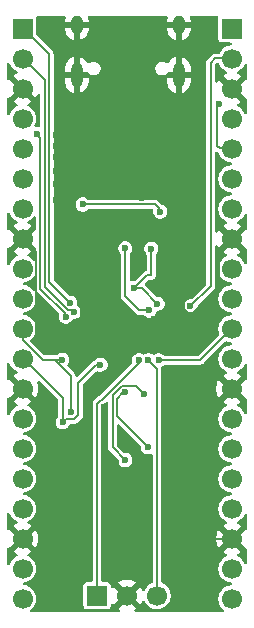
<source format=gbr>
%TF.GenerationSoftware,KiCad,Pcbnew,9.0.2*%
%TF.CreationDate,2025-10-06T12:20:04-04:00*%
%TF.ProjectId,pcb,7063622e-6b69-4636-9164-5f7063625858,rev?*%
%TF.SameCoordinates,Original*%
%TF.FileFunction,Copper,L2,Bot*%
%TF.FilePolarity,Positive*%
%FSLAX46Y46*%
G04 Gerber Fmt 4.6, Leading zero omitted, Abs format (unit mm)*
G04 Created by KiCad (PCBNEW 9.0.2) date 2025-10-06 12:20:04*
%MOMM*%
%LPD*%
G01*
G04 APERTURE LIST*
%TA.AperFunction,ComponentPad*%
%ADD10R,1.700000X1.700000*%
%TD*%
%TA.AperFunction,ComponentPad*%
%ADD11C,1.700000*%
%TD*%
%TA.AperFunction,HeatsinkPad*%
%ADD12O,1.000000X2.100000*%
%TD*%
%TA.AperFunction,HeatsinkPad*%
%ADD13O,1.000000X1.600000*%
%TD*%
%TA.AperFunction,ViaPad*%
%ADD14C,0.600000*%
%TD*%
%TA.AperFunction,Conductor*%
%ADD15C,0.150000*%
%TD*%
%TA.AperFunction,Conductor*%
%ADD16C,0.200000*%
%TD*%
G04 APERTURE END LIST*
D10*
%TO.P,J4,1,Pin_1*%
%TO.N,SWCLK*%
X98790000Y-114150000D03*
D11*
%TO.P,J4,2,Pin_2*%
%TO.N,GND*%
X101330000Y-114150000D03*
%TO.P,J4,3,Pin_3*%
%TO.N,SWD*%
X103870000Y-114150000D03*
%TD*%
D10*
%TO.P,J2,1,Pin_1*%
%TO.N,GPIO0*%
X92480000Y-66150000D03*
D11*
%TO.P,J2,2,Pin_2*%
%TO.N,GPIO1*%
X92480000Y-68690000D03*
%TO.P,J2,3,Pin_3*%
%TO.N,GND*%
X92480000Y-71230000D03*
%TO.P,J2,4,Pin_4*%
%TO.N,GPIO2*%
X92480000Y-73770000D03*
%TO.P,J2,5,Pin_5*%
%TO.N,GPIO3*%
X92480000Y-76310000D03*
%TO.P,J2,6,Pin_6*%
%TO.N,GPIO4*%
X92480000Y-78850000D03*
%TO.P,J2,7,Pin_7*%
%TO.N,GPIO5*%
X92480000Y-81390000D03*
%TO.P,J2,8,Pin_8*%
%TO.N,GND*%
X92480000Y-83930000D03*
%TO.P,J2,9,Pin_9*%
%TO.N,GPIO6*%
X92480000Y-86470000D03*
%TO.P,J2,10,Pin_10*%
%TO.N,GPIO7*%
X92480000Y-89010000D03*
%TO.P,J2,11,Pin_11*%
%TO.N,GPIO8*%
X92480000Y-91550000D03*
%TO.P,J2,12,Pin_12*%
%TO.N,GPIO9*%
X92480000Y-94090000D03*
%TO.P,J2,13,Pin_13*%
%TO.N,GND*%
X92480000Y-96630000D03*
%TO.P,J2,14,Pin_14*%
%TO.N,GPIO10*%
X92480000Y-99170000D03*
%TO.P,J2,15,Pin_15*%
%TO.N,GPIO11*%
X92480000Y-101710000D03*
%TO.P,J2,16,Pin_16*%
%TO.N,GPIO12*%
X92480000Y-104250000D03*
%TO.P,J2,17,Pin_17*%
%TO.N,GPIO13*%
X92480000Y-106790000D03*
%TO.P,J2,18,Pin_18*%
%TO.N,GND*%
X92480000Y-109330000D03*
%TO.P,J2,19,Pin_19*%
%TO.N,GPIO14*%
X92480000Y-111870000D03*
%TO.P,J2,20,Pin_20*%
%TO.N,GPIO15*%
X92480000Y-114410000D03*
%TD*%
D10*
%TO.P,J3,1,Pin_1*%
%TO.N,VBUS*%
X110220000Y-66160000D03*
D11*
%TO.P,J3,2,Pin_2*%
%TO.N,GPIO29_ADC3*%
X110220000Y-68700000D03*
%TO.P,J3,3,Pin_3*%
%TO.N,GND*%
X110220000Y-71240000D03*
%TO.P,J3,4,Pin_4*%
%TO.N,GPIO28_ADC2*%
X110220000Y-73780000D03*
%TO.P,J3,5,Pin_5*%
%TO.N,+3V3*%
X110220000Y-76320000D03*
%TO.P,J3,6,Pin_6*%
%TO.N,GPIO27_ADC1*%
X110220000Y-78860000D03*
%TO.P,J3,7,Pin_7*%
%TO.N,GPIO26_ADC0*%
X110220000Y-81400000D03*
%TO.P,J3,8,Pin_8*%
%TO.N,GND*%
X110220000Y-83940000D03*
%TO.P,J3,9,Pin_9*%
%TO.N,GPIO24*%
X110220000Y-86480000D03*
%TO.P,J3,10,Pin_10*%
%TO.N,GPIO23*%
X110220000Y-89020000D03*
%TO.P,J3,11,Pin_11*%
%TO.N,RUN*%
X110220000Y-91560000D03*
%TO.P,J3,12,Pin_12*%
%TO.N,GPIO22*%
X110220000Y-94100000D03*
%TO.P,J3,13,Pin_13*%
%TO.N,GND*%
X110220000Y-96640000D03*
%TO.P,J3,14,Pin_14*%
%TO.N,GPIO21*%
X110220000Y-99180000D03*
%TO.P,J3,15,Pin_15*%
%TO.N,GPIO20*%
X110220000Y-101720000D03*
%TO.P,J3,16,Pin_16*%
%TO.N,GPIO19*%
X110220000Y-104260000D03*
%TO.P,J3,17,Pin_17*%
%TO.N,GPIO18*%
X110220000Y-106800000D03*
%TO.P,J3,18,Pin_18*%
%TO.N,GND*%
X110220000Y-109340000D03*
%TO.P,J3,19,Pin_19*%
%TO.N,GPIO17*%
X110220000Y-111880000D03*
%TO.P,J3,20,Pin_20*%
%TO.N,GPIO16*%
X110220000Y-114420000D03*
%TD*%
D12*
%TO.P,J1,S1,SHIELD*%
%TO.N,GND*%
X105720000Y-70050000D03*
D13*
X105720000Y-65870000D03*
D12*
X97080000Y-70050000D03*
D13*
X97080000Y-65870000D03*
%TD*%
D14*
%TO.N,GND*%
X105190000Y-83140000D03*
X95108172Y-93274999D03*
X107280000Y-72880000D03*
X98800000Y-80410000D03*
X104880000Y-85140000D03*
X97420000Y-111210000D03*
X95325000Y-79300000D03*
X96210000Y-114700000D03*
X100040000Y-78000000D03*
X105520000Y-72880000D03*
X107710000Y-65960000D03*
X96290000Y-109320000D03*
X96120000Y-87770000D03*
X98940000Y-67640000D03*
X99950000Y-110680000D03*
X102730000Y-111560000D03*
X104730000Y-72030000D03*
X95325000Y-78160000D03*
X102860000Y-102900000D03*
X104940000Y-99990000D03*
X96290000Y-110310000D03*
X95080000Y-113800000D03*
X102730000Y-109730000D03*
X102590000Y-80455000D03*
X99365000Y-98147260D03*
X103920000Y-67640000D03*
X97670000Y-79290000D03*
X98530790Y-83680908D03*
X101340000Y-79150000D03*
X106440000Y-73960000D03*
X103610000Y-93460000D03*
X101380000Y-74630000D03*
X96250000Y-78170000D03*
X107290000Y-73960000D03*
X101370000Y-77960000D03*
X104970000Y-102450000D03*
X106340000Y-110210000D03*
X103900000Y-65890000D03*
X106460000Y-114730000D03*
X103590000Y-90720000D03*
X104960000Y-101150000D03*
X95080000Y-114710000D03*
X105530000Y-73960000D03*
X97315935Y-86375000D03*
X96290000Y-111220000D03*
X107040000Y-84200000D03*
X107590000Y-114720000D03*
X98630000Y-74010000D03*
X96300000Y-108330000D03*
X102580000Y-79160000D03*
X98950000Y-65870000D03*
X95120000Y-65910000D03*
X105210000Y-110220000D03*
X107390000Y-102620000D03*
X100030000Y-75620000D03*
X107160000Y-100310000D03*
X102640000Y-75660000D03*
X96490000Y-80630000D03*
X101325000Y-83200000D03*
X101320000Y-110670000D03*
X103620000Y-92090000D03*
X100390000Y-102870000D03*
X105910000Y-96330000D03*
X107090000Y-97920000D03*
X106790000Y-108680000D03*
X97080000Y-102010000D03*
X101330000Y-111580000D03*
X106340000Y-111120000D03*
X107590000Y-113810000D03*
X97080000Y-103260000D03*
X97420000Y-110300000D03*
X105690000Y-105090000D03*
X95350000Y-76090000D03*
X98834634Y-86347573D03*
X100000000Y-76810000D03*
X106460000Y-113820000D03*
X96500000Y-79300000D03*
X95340000Y-77040000D03*
X105210000Y-111130000D03*
X101330000Y-109750000D03*
X107070000Y-82270000D03*
X95325000Y-80660000D03*
X101370000Y-76830000D03*
X102720000Y-110650000D03*
X101370000Y-75650000D03*
X96300000Y-107460000D03*
X96694923Y-87892930D03*
X99950000Y-111590000D03*
X107053089Y-85920000D03*
X102610000Y-77970000D03*
X99930000Y-109720000D03*
X105660000Y-104060000D03*
X96360000Y-74100000D03*
X96210000Y-113790000D03*
X95350000Y-75110000D03*
X102640000Y-76840000D03*
X101380000Y-73450000D03*
X106430000Y-72880000D03*
%TO.N,+3V3*%
X101170000Y-102670000D03*
X102787602Y-97049021D03*
X103378000Y-84781695D03*
X101907104Y-88115508D03*
X109100000Y-72550000D03*
X103905000Y-89448899D03*
%TO.N,+1V1*%
X101172836Y-84757164D03*
X103212200Y-90006802D03*
%TO.N,XIN*%
X103100000Y-101560000D03*
X101130000Y-96940000D03*
%TO.N,GPIO9*%
X99073983Y-94607995D03*
X95885000Y-99480000D03*
%TO.N,GPIO0*%
X96528109Y-89368546D03*
%TO.N,GPIO1*%
X96830754Y-90125000D03*
%TO.N,GPIO8*%
X95845090Y-94180000D03*
X96603847Y-98583847D03*
%TO.N,GPIO2*%
X93690000Y-75080000D03*
X96128000Y-90525000D03*
%TO.N,RUN*%
X104000000Y-94220000D03*
%TO.N,GPIO29_ADC3*%
X106697500Y-89660000D03*
%TO.N,SWCLK*%
X102330000Y-94240000D03*
%TO.N,SWD*%
X103129511Y-94211947D03*
%TO.N,QSPI_SS*%
X97580000Y-81030000D03*
X104150000Y-81640000D03*
%TD*%
D15*
%TO.N,GND*%
X107053089Y-85920000D02*
X106121500Y-86851589D01*
X98834634Y-86347573D02*
X98807207Y-86375000D01*
X101510000Y-92120000D02*
X100355001Y-93274999D01*
X106936088Y-90236000D02*
X109094000Y-88078088D01*
X106121500Y-89898588D02*
X106458912Y-90236000D01*
X97406754Y-88604761D02*
X96694923Y-87892930D01*
X100844092Y-83680908D02*
X98530790Y-83680908D01*
X98807207Y-86375000D02*
X97315935Y-86375000D01*
X109094000Y-88078088D02*
X109094000Y-85066000D01*
X106121500Y-86851589D02*
X106121500Y-89898588D01*
D16*
X99930000Y-109720000D02*
X99690000Y-109480000D01*
D15*
X110220000Y-109340000D02*
X107450000Y-109340000D01*
X107450000Y-109340000D02*
X106790000Y-108680000D01*
X109094000Y-85066000D02*
X110220000Y-83940000D01*
X97315935Y-86375000D02*
X97315935Y-86574065D01*
X97406754Y-90976417D02*
X97406754Y-88604761D01*
D16*
X99365000Y-101845000D02*
X99365000Y-98147260D01*
D15*
X95108172Y-93274999D02*
X93640000Y-91806827D01*
D16*
X100390000Y-102870000D02*
X99365000Y-101845000D01*
X99660000Y-109480000D02*
X99365000Y-109185000D01*
D15*
X95108172Y-93274999D02*
X97406754Y-90976417D01*
X97315935Y-86574065D02*
X96120000Y-87770000D01*
D16*
X99365000Y-109185000D02*
X99365000Y-98147260D01*
D15*
X100355001Y-93274999D02*
X95108172Y-93274999D01*
X93640000Y-85090000D02*
X92480000Y-83930000D01*
X101530000Y-92100000D02*
X101510000Y-92120000D01*
X106458912Y-90236000D02*
X106936088Y-90236000D01*
X93640000Y-91806827D02*
X93640000Y-85090000D01*
D16*
X99690000Y-109480000D02*
X99660000Y-109480000D01*
D15*
X101325000Y-83200000D02*
X100844092Y-83680908D01*
%TO.N,+3V3*%
X108970000Y-72680000D02*
X108970000Y-76060000D01*
X109100000Y-72550000D02*
X108970000Y-72680000D01*
X108970000Y-76060000D02*
X109180000Y-76270000D01*
X103378000Y-84781695D02*
X103378000Y-87030000D01*
X101907104Y-88115508D02*
X102578700Y-88115508D01*
X110220000Y-76270000D02*
X109820000Y-75870000D01*
X102102581Y-96364000D02*
X102787602Y-97049021D01*
X102992612Y-87030000D02*
X101907104Y-88115508D01*
X100106977Y-101606977D02*
X100106977Y-97148435D01*
X100106977Y-97148435D02*
X100891412Y-96364000D01*
X103378000Y-87030000D02*
X102992612Y-87030000D01*
X100891412Y-96364000D02*
X102102581Y-96364000D01*
X101170000Y-102670000D02*
X100106977Y-101606977D01*
X103905000Y-89441808D02*
X103905000Y-89448899D01*
X102578700Y-88115508D02*
X103905000Y-89441808D01*
X109180000Y-76270000D02*
X110220000Y-76270000D01*
%TO.N,+1V1*%
X101172836Y-84757164D02*
X101172836Y-88812836D01*
X101172836Y-88812836D02*
X102366802Y-90006802D01*
X102366802Y-90006802D02*
X103212200Y-90006802D01*
%TO.N,XIN*%
X101120545Y-96949455D02*
X101013853Y-96949455D01*
X100457977Y-97505331D02*
X100457977Y-98917977D01*
X100457977Y-98917977D02*
X103100000Y-101560000D01*
X101130000Y-96940000D02*
X101120545Y-96949455D01*
X101013853Y-96949455D02*
X100457977Y-97505331D01*
D16*
%TO.N,GPIO9*%
X97204847Y-98832790D02*
X96852790Y-99184847D01*
X97204847Y-96139929D02*
X97204847Y-98832790D01*
D15*
X92480000Y-94000000D02*
X95885000Y-97405000D01*
D16*
X99073983Y-94607995D02*
X98736781Y-94607995D01*
D15*
X95885000Y-97405000D02*
X95885000Y-99480000D01*
D16*
X98736781Y-94607995D02*
X97204847Y-96139929D01*
X96180153Y-99184847D02*
X95885000Y-99480000D01*
X96852790Y-99184847D02*
X96180153Y-99184847D01*
D15*
%TO.N,GPIO0*%
X94750000Y-87590437D02*
X94750000Y-68330000D01*
X96528109Y-89368546D02*
X94750000Y-87590437D01*
X94750000Y-68330000D02*
X92480000Y-66060000D01*
%TO.N,GPIO1*%
X96295389Y-89949000D02*
X96654754Y-89949000D01*
X94351000Y-88004612D02*
X94351000Y-70471000D01*
X94351000Y-70471000D02*
X92480000Y-68600000D01*
X96295389Y-89949000D02*
X94351000Y-88004612D01*
X96654754Y-89949000D02*
X96830754Y-90125000D01*
%TO.N,GPIO8*%
X92480000Y-91550000D02*
X92480000Y-92470000D01*
X95200000Y-94180000D02*
X95040000Y-94180000D01*
X92480000Y-92470000D02*
X94190000Y-94180000D01*
X95040000Y-94180000D02*
X95845090Y-94180000D01*
X94190000Y-94180000D02*
X95040000Y-94180000D01*
X96603847Y-95583847D02*
X95200000Y-94180000D01*
X92480000Y-92190000D02*
X92480000Y-91460000D01*
X96603847Y-98583847D02*
X96603847Y-95583847D01*
%TO.N,GPIO2*%
X94000000Y-88150000D02*
X94000000Y-75390000D01*
X96128000Y-90525000D02*
X96128000Y-90278000D01*
X96128000Y-90278000D02*
X94000000Y-88150000D01*
X94000000Y-75390000D02*
X93690000Y-75080000D01*
%TO.N,RUN*%
X107510000Y-94220000D02*
X110220000Y-91510000D01*
X104000000Y-94220000D02*
X107510000Y-94220000D01*
%TO.N,GPIO29_ADC3*%
X108400000Y-87950000D02*
X108400000Y-69040000D01*
X108790000Y-68650000D02*
X110220000Y-68650000D01*
X108347500Y-88002500D02*
X108400000Y-87950000D01*
X108400000Y-69040000D02*
X108790000Y-68650000D01*
X106697500Y-89660000D02*
X108347500Y-88010000D01*
X108347500Y-88010000D02*
X108347500Y-88002500D01*
%TO.N,SWCLK*%
X98789000Y-97908672D02*
X98789000Y-98385848D01*
X102330000Y-94430000D02*
X99188740Y-97571260D01*
X98789000Y-98385848D02*
X98790000Y-98386848D01*
X99126412Y-97571260D02*
X98789000Y-97908672D01*
X102330000Y-94240000D02*
X102330000Y-94430000D01*
X98790000Y-98386848D02*
X98790000Y-114150000D01*
X99188740Y-97571260D02*
X99126412Y-97571260D01*
%TO.N,SWD*%
X103129511Y-94211947D02*
X103870000Y-94952436D01*
X103870000Y-94952436D02*
X103870000Y-114150000D01*
%TO.N,QSPI_SS*%
X103680000Y-81030000D02*
X104000000Y-81350000D01*
X104000000Y-81490000D02*
X104150000Y-81640000D01*
X104000000Y-81350000D02*
X104000000Y-81490000D01*
X97580000Y-81030000D02*
X103680000Y-81030000D01*
%TD*%
%TA.AperFunction,Conductor*%
%TO.N,GND*%
G36*
X96085967Y-65090185D02*
G01*
X96131722Y-65142989D01*
X96141666Y-65212147D01*
X96133489Y-65241952D01*
X96118430Y-65278306D01*
X96118427Y-65278318D01*
X96080000Y-65471504D01*
X96080000Y-65620000D01*
X96780000Y-65620000D01*
X96780000Y-66120000D01*
X96080000Y-66120000D01*
X96080000Y-66268495D01*
X96118427Y-66461681D01*
X96118430Y-66461693D01*
X96193807Y-66643671D01*
X96193814Y-66643684D01*
X96303248Y-66807462D01*
X96303251Y-66807466D01*
X96442533Y-66946748D01*
X96442537Y-66946751D01*
X96606315Y-67056185D01*
X96606328Y-67056192D01*
X96788308Y-67131569D01*
X96830000Y-67139862D01*
X96830000Y-66336988D01*
X96839940Y-66354205D01*
X96895795Y-66410060D01*
X96964204Y-66449556D01*
X97040504Y-66470000D01*
X97119496Y-66470000D01*
X97195796Y-66449556D01*
X97264205Y-66410060D01*
X97320060Y-66354205D01*
X97330000Y-66336988D01*
X97330000Y-67139862D01*
X97371690Y-67131569D01*
X97371692Y-67131569D01*
X97553671Y-67056192D01*
X97553684Y-67056185D01*
X97717462Y-66946751D01*
X97717466Y-66946748D01*
X97856748Y-66807466D01*
X97856751Y-66807462D01*
X97966185Y-66643684D01*
X97966192Y-66643671D01*
X98041569Y-66461693D01*
X98041572Y-66461681D01*
X98079999Y-66268495D01*
X98080000Y-66268492D01*
X98080000Y-66120000D01*
X97380000Y-66120000D01*
X97380000Y-65620000D01*
X98080000Y-65620000D01*
X98080000Y-65471508D01*
X98079999Y-65471504D01*
X98041572Y-65278318D01*
X98041569Y-65278306D01*
X98026511Y-65241952D01*
X98019042Y-65172483D01*
X98050317Y-65110004D01*
X98110406Y-65074352D01*
X98141072Y-65070500D01*
X104658928Y-65070500D01*
X104725967Y-65090185D01*
X104771722Y-65142989D01*
X104781666Y-65212147D01*
X104773489Y-65241952D01*
X104758430Y-65278306D01*
X104758427Y-65278318D01*
X104720000Y-65471504D01*
X104720000Y-65620000D01*
X105420000Y-65620000D01*
X105420000Y-66120000D01*
X104720000Y-66120000D01*
X104720000Y-66268495D01*
X104758427Y-66461681D01*
X104758430Y-66461693D01*
X104833807Y-66643671D01*
X104833814Y-66643684D01*
X104943248Y-66807462D01*
X104943251Y-66807466D01*
X105082533Y-66946748D01*
X105082537Y-66946751D01*
X105246315Y-67056185D01*
X105246328Y-67056192D01*
X105428308Y-67131569D01*
X105470000Y-67139862D01*
X105470000Y-66336988D01*
X105479940Y-66354205D01*
X105535795Y-66410060D01*
X105604204Y-66449556D01*
X105680504Y-66470000D01*
X105759496Y-66470000D01*
X105835796Y-66449556D01*
X105904205Y-66410060D01*
X105960060Y-66354205D01*
X105970000Y-66336988D01*
X105970000Y-67139862D01*
X106011690Y-67131569D01*
X106011692Y-67131569D01*
X106193671Y-67056192D01*
X106193684Y-67056185D01*
X106357462Y-66946751D01*
X106357466Y-66946748D01*
X106496748Y-66807466D01*
X106496751Y-66807462D01*
X106606185Y-66643684D01*
X106606192Y-66643671D01*
X106681569Y-66461693D01*
X106681572Y-66461681D01*
X106719999Y-66268495D01*
X106720000Y-66268492D01*
X106720000Y-66120000D01*
X106020000Y-66120000D01*
X106020000Y-65620000D01*
X106720000Y-65620000D01*
X106720000Y-65471508D01*
X106719999Y-65471504D01*
X106681572Y-65278318D01*
X106681569Y-65278306D01*
X106666511Y-65241952D01*
X106659042Y-65172483D01*
X106690317Y-65110004D01*
X106750406Y-65074352D01*
X106781072Y-65070500D01*
X108956959Y-65070500D01*
X109023998Y-65090185D01*
X109069753Y-65142989D01*
X109079697Y-65212147D01*
X109074330Y-65230862D01*
X109074864Y-65231008D01*
X109072415Y-65240008D01*
X109069500Y-65265131D01*
X109069500Y-67054856D01*
X109069502Y-67054882D01*
X109072413Y-67079987D01*
X109072415Y-67079991D01*
X109117793Y-67182764D01*
X109117794Y-67182765D01*
X109197235Y-67262206D01*
X109300009Y-67307585D01*
X109325135Y-67310500D01*
X110062873Y-67310499D01*
X110129910Y-67330183D01*
X110175665Y-67382987D01*
X110185609Y-67452146D01*
X110156584Y-67515702D01*
X110097806Y-67553476D01*
X110082270Y-67556972D01*
X109950589Y-67577829D01*
X109778363Y-67633787D01*
X109778360Y-67633788D01*
X109617002Y-67716006D01*
X109470505Y-67822441D01*
X109470500Y-67822445D01*
X109342445Y-67950500D01*
X109342441Y-67950505D01*
X109236006Y-68097001D01*
X109210299Y-68147453D01*
X109180062Y-68206796D01*
X109132090Y-68257591D01*
X109069579Y-68274500D01*
X108740563Y-68274500D01*
X108717929Y-68280564D01*
X108717930Y-68280565D01*
X108645060Y-68300090D01*
X108645059Y-68300091D01*
X108559436Y-68349526D01*
X108099526Y-68809436D01*
X108050091Y-68895059D01*
X108050091Y-68895060D01*
X108050090Y-68895062D01*
X108024500Y-68990565D01*
X108024500Y-68990567D01*
X108024500Y-87750601D01*
X108004815Y-87817640D01*
X107988181Y-87838282D01*
X106803282Y-89023181D01*
X106741959Y-89056666D01*
X106715601Y-89059500D01*
X106618443Y-89059500D01*
X106465716Y-89100423D01*
X106465709Y-89100426D01*
X106328790Y-89179475D01*
X106328782Y-89179481D01*
X106216981Y-89291282D01*
X106216975Y-89291290D01*
X106137926Y-89428209D01*
X106137923Y-89428216D01*
X106097000Y-89580943D01*
X106097000Y-89739057D01*
X106136790Y-89887553D01*
X106137923Y-89891783D01*
X106137926Y-89891790D01*
X106216975Y-90028709D01*
X106216979Y-90028714D01*
X106216980Y-90028716D01*
X106328784Y-90140520D01*
X106328786Y-90140521D01*
X106328790Y-90140524D01*
X106465709Y-90219573D01*
X106465716Y-90219577D01*
X106618443Y-90260500D01*
X106618445Y-90260500D01*
X106776555Y-90260500D01*
X106776557Y-90260500D01*
X106929284Y-90219577D01*
X107066216Y-90140520D01*
X107178020Y-90028716D01*
X107257077Y-89891784D01*
X107298000Y-89739057D01*
X107298000Y-89641899D01*
X107317685Y-89574860D01*
X107334319Y-89554218D01*
X107969089Y-88919448D01*
X108647974Y-88240563D01*
X108647975Y-88240562D01*
X108653661Y-88230712D01*
X108657954Y-88224942D01*
X108661083Y-88222584D01*
X108669760Y-88211275D01*
X108700474Y-88180563D01*
X108700475Y-88180562D01*
X108749910Y-88094938D01*
X108775500Y-87999435D01*
X108775500Y-84595136D01*
X108795185Y-84528097D01*
X108847989Y-84482342D01*
X108917147Y-84472398D01*
X108980703Y-84501423D01*
X109009985Y-84538841D01*
X109065375Y-84647550D01*
X109104728Y-84701716D01*
X109737037Y-84069408D01*
X109754075Y-84132993D01*
X109819901Y-84247007D01*
X109912993Y-84340099D01*
X110027007Y-84405925D01*
X110090590Y-84422962D01*
X109458282Y-85055269D01*
X109458282Y-85055270D01*
X109512449Y-85094624D01*
X109701780Y-85191094D01*
X109730705Y-85200492D01*
X109788381Y-85239929D01*
X109815580Y-85304287D01*
X109803667Y-85373134D01*
X109756424Y-85424610D01*
X109748685Y-85428908D01*
X109617004Y-85496004D01*
X109470505Y-85602441D01*
X109470500Y-85602445D01*
X109342445Y-85730500D01*
X109342441Y-85730505D01*
X109236006Y-85877002D01*
X109153788Y-86038360D01*
X109153787Y-86038363D01*
X109097829Y-86210589D01*
X109069500Y-86389448D01*
X109069500Y-86570551D01*
X109097829Y-86749410D01*
X109153787Y-86921636D01*
X109153788Y-86921639D01*
X109203669Y-87019533D01*
X109230910Y-87072997D01*
X109236006Y-87082997D01*
X109342441Y-87229494D01*
X109342445Y-87229499D01*
X109470500Y-87357554D01*
X109470505Y-87357558D01*
X109540393Y-87408334D01*
X109617006Y-87463996D01*
X109711560Y-87512174D01*
X109778360Y-87546211D01*
X109778363Y-87546212D01*
X109864476Y-87574191D01*
X109950591Y-87602171D01*
X110023639Y-87613740D01*
X110110678Y-87627527D01*
X110173813Y-87657456D01*
X110210744Y-87716768D01*
X110209746Y-87786631D01*
X110171136Y-87844863D01*
X110110678Y-87872473D01*
X109950589Y-87897829D01*
X109778363Y-87953787D01*
X109778360Y-87953788D01*
X109617002Y-88036006D01*
X109470505Y-88142441D01*
X109470500Y-88142445D01*
X109342445Y-88270500D01*
X109342441Y-88270505D01*
X109236006Y-88417002D01*
X109153788Y-88578360D01*
X109153787Y-88578363D01*
X109097829Y-88750589D01*
X109069500Y-88929448D01*
X109069500Y-89110551D01*
X109097829Y-89289410D01*
X109153787Y-89461636D01*
X109153788Y-89461639D01*
X109203669Y-89559533D01*
X109230910Y-89612997D01*
X109236006Y-89622997D01*
X109342441Y-89769494D01*
X109342445Y-89769499D01*
X109470500Y-89897554D01*
X109470505Y-89897558D01*
X109598287Y-89990396D01*
X109617006Y-90003996D01*
X109699335Y-90045945D01*
X109778360Y-90086211D01*
X109778363Y-90086212D01*
X109864476Y-90114191D01*
X109950591Y-90142171D01*
X110023639Y-90153740D01*
X110110678Y-90167527D01*
X110173813Y-90197456D01*
X110210744Y-90256768D01*
X110209746Y-90326631D01*
X110171136Y-90384863D01*
X110110678Y-90412473D01*
X109950589Y-90437829D01*
X109778363Y-90493787D01*
X109778360Y-90493788D01*
X109617002Y-90576006D01*
X109470505Y-90682441D01*
X109470500Y-90682445D01*
X109342445Y-90810500D01*
X109342441Y-90810505D01*
X109236006Y-90957002D01*
X109153788Y-91118360D01*
X109153787Y-91118363D01*
X109097829Y-91290589D01*
X109069500Y-91469448D01*
X109069500Y-91650551D01*
X109097829Y-91829412D01*
X109140983Y-91962229D01*
X109142978Y-92032070D01*
X109110733Y-92088227D01*
X107390782Y-93808181D01*
X107329459Y-93841666D01*
X107303101Y-93844500D01*
X104525098Y-93844500D01*
X104458059Y-93824815D01*
X104437417Y-93808181D01*
X104368717Y-93739481D01*
X104368709Y-93739475D01*
X104231790Y-93660426D01*
X104231786Y-93660424D01*
X104231784Y-93660423D01*
X104079057Y-93619500D01*
X103920943Y-93619500D01*
X103768216Y-93660423D01*
X103768215Y-93660423D01*
X103633097Y-93738432D01*
X103565196Y-93754903D01*
X103505905Y-93734382D01*
X103505266Y-93735490D01*
X103499518Y-93732171D01*
X103499170Y-93732051D01*
X103498673Y-93731683D01*
X103361301Y-93652373D01*
X103361297Y-93652371D01*
X103361295Y-93652370D01*
X103208568Y-93611447D01*
X103050454Y-93611447D01*
X102897727Y-93652370D01*
X102897726Y-93652370D01*
X102767459Y-93727579D01*
X102699559Y-93744050D01*
X102643461Y-93727578D01*
X102561790Y-93680426D01*
X102561786Y-93680424D01*
X102561784Y-93680423D01*
X102409057Y-93639500D01*
X102250943Y-93639500D01*
X102098216Y-93680423D01*
X102098209Y-93680426D01*
X101961290Y-93759475D01*
X101961282Y-93759481D01*
X101849481Y-93871282D01*
X101849475Y-93871290D01*
X101770426Y-94008209D01*
X101770423Y-94008216D01*
X101729500Y-94160943D01*
X101729500Y-94319057D01*
X101749038Y-94391974D01*
X101749095Y-94392186D01*
X101747432Y-94462036D01*
X101717001Y-94511960D01*
X99040674Y-97188287D01*
X98988945Y-97218154D01*
X98988981Y-97218240D01*
X98988331Y-97218509D01*
X98985091Y-97220380D01*
X98981474Y-97221349D01*
X98981471Y-97221350D01*
X98895852Y-97270782D01*
X98895847Y-97270786D01*
X98558438Y-97608197D01*
X98488527Y-97678107D01*
X98439089Y-97763734D01*
X98439090Y-97763734D01*
X98414573Y-97855233D01*
X98414572Y-97855237D01*
X98413500Y-97859237D01*
X98413500Y-98435745D01*
X98414500Y-98451004D01*
X98414500Y-112875500D01*
X98394815Y-112942539D01*
X98342011Y-112988294D01*
X98290500Y-112999500D01*
X97895143Y-112999500D01*
X97895117Y-112999502D01*
X97870012Y-113002413D01*
X97870008Y-113002415D01*
X97767235Y-113047793D01*
X97687794Y-113127234D01*
X97642415Y-113230006D01*
X97642415Y-113230008D01*
X97639500Y-113255131D01*
X97639500Y-115044856D01*
X97639502Y-115044882D01*
X97642413Y-115069987D01*
X97642415Y-115069991D01*
X97687793Y-115172764D01*
X97687794Y-115172765D01*
X97767235Y-115252206D01*
X97870009Y-115297585D01*
X97895135Y-115300500D01*
X99684864Y-115300499D01*
X99684879Y-115300497D01*
X99684882Y-115300497D01*
X99709987Y-115297586D01*
X99709988Y-115297585D01*
X99709991Y-115297585D01*
X99812765Y-115252206D01*
X99892206Y-115172765D01*
X99937585Y-115069991D01*
X99940500Y-115044865D01*
X99940499Y-114913076D01*
X99960183Y-114846040D01*
X100012987Y-114800285D01*
X100082145Y-114790341D01*
X100145701Y-114819365D01*
X100172495Y-114853600D01*
X100172829Y-114853396D01*
X100174607Y-114856297D01*
X100174977Y-114856770D01*
X100175373Y-114857547D01*
X100214728Y-114911716D01*
X100847037Y-114279408D01*
X100864075Y-114342993D01*
X100929901Y-114457007D01*
X101022993Y-114550099D01*
X101137007Y-114615925D01*
X101200590Y-114632962D01*
X100568282Y-115265269D01*
X100568282Y-115265270D01*
X100622452Y-115304626D01*
X100622451Y-115304626D01*
X100642841Y-115315015D01*
X100693638Y-115362989D01*
X100710433Y-115430810D01*
X100687896Y-115496945D01*
X100633181Y-115540397D01*
X100586547Y-115549500D01*
X93250595Y-115549500D01*
X93183556Y-115529815D01*
X93137801Y-115477011D01*
X93127857Y-115407853D01*
X93156882Y-115344297D01*
X93177710Y-115325182D01*
X93229495Y-115287558D01*
X93229497Y-115287555D01*
X93229501Y-115287553D01*
X93357553Y-115159501D01*
X93463996Y-115012994D01*
X93546211Y-114851639D01*
X93602171Y-114679409D01*
X93620081Y-114566331D01*
X93630500Y-114500551D01*
X93630500Y-114319448D01*
X93614019Y-114215397D01*
X93602171Y-114140591D01*
X93565924Y-114029031D01*
X93546212Y-113968363D01*
X93546211Y-113968360D01*
X93517740Y-113912484D01*
X93463996Y-113807006D01*
X93419873Y-113746275D01*
X93357558Y-113660505D01*
X93357554Y-113660500D01*
X93229499Y-113532445D01*
X93229494Y-113532441D01*
X93082997Y-113426006D01*
X93082996Y-113426005D01*
X93082994Y-113426004D01*
X93006294Y-113386923D01*
X92921639Y-113343788D01*
X92921636Y-113343787D01*
X92749410Y-113287829D01*
X92589321Y-113262473D01*
X92526186Y-113232544D01*
X92489255Y-113173232D01*
X92490253Y-113103370D01*
X92528863Y-113045137D01*
X92589321Y-113017527D01*
X92659425Y-113006422D01*
X92749409Y-112992171D01*
X92921639Y-112936211D01*
X93082994Y-112853996D01*
X93229501Y-112747553D01*
X93357553Y-112619501D01*
X93463996Y-112472994D01*
X93546211Y-112311639D01*
X93602171Y-112139409D01*
X93616765Y-112047259D01*
X93630500Y-111960551D01*
X93630500Y-111779448D01*
X93614019Y-111675397D01*
X93602171Y-111600591D01*
X93565924Y-111489031D01*
X93546212Y-111428363D01*
X93546211Y-111428360D01*
X93501426Y-111340466D01*
X93463996Y-111267006D01*
X93364823Y-111130505D01*
X93357558Y-111120505D01*
X93357554Y-111120500D01*
X93229499Y-110992445D01*
X93229494Y-110992441D01*
X93082995Y-110886004D01*
X92951314Y-110818908D01*
X92900519Y-110770934D01*
X92883724Y-110703113D01*
X92906262Y-110636978D01*
X92960977Y-110593527D01*
X92969295Y-110590492D01*
X92998217Y-110581095D01*
X93187554Y-110484622D01*
X93241716Y-110445270D01*
X93241717Y-110445270D01*
X92609408Y-109812962D01*
X92672993Y-109795925D01*
X92787007Y-109730099D01*
X92880099Y-109637007D01*
X92945925Y-109522993D01*
X92962962Y-109459409D01*
X93595270Y-110091717D01*
X93595270Y-110091716D01*
X93634622Y-110037554D01*
X93731095Y-109848217D01*
X93796757Y-109646130D01*
X93796757Y-109646127D01*
X93830000Y-109436246D01*
X93830000Y-109223753D01*
X93796757Y-109013872D01*
X93796757Y-109013869D01*
X93731095Y-108811782D01*
X93634624Y-108622449D01*
X93595270Y-108568282D01*
X93595269Y-108568282D01*
X92962962Y-109200590D01*
X92945925Y-109137007D01*
X92880099Y-109022993D01*
X92787007Y-108929901D01*
X92672993Y-108864075D01*
X92609409Y-108847037D01*
X93241716Y-108214728D01*
X93187550Y-108175375D01*
X92998217Y-108078904D01*
X92969292Y-108069506D01*
X92911616Y-108030068D01*
X92884418Y-107965710D01*
X92896333Y-107896863D01*
X92943577Y-107845388D01*
X92951315Y-107841090D01*
X93082994Y-107773996D01*
X93229501Y-107667553D01*
X93357553Y-107539501D01*
X93463996Y-107392994D01*
X93546211Y-107231639D01*
X93602171Y-107059409D01*
X93616765Y-106967259D01*
X93630500Y-106880551D01*
X93630500Y-106699448D01*
X93614019Y-106595397D01*
X93602171Y-106520591D01*
X93565924Y-106409031D01*
X93546212Y-106348363D01*
X93546211Y-106348360D01*
X93501426Y-106260466D01*
X93463996Y-106187006D01*
X93364823Y-106050505D01*
X93357558Y-106040505D01*
X93357554Y-106040500D01*
X93229499Y-105912445D01*
X93229494Y-105912441D01*
X93082997Y-105806006D01*
X93082996Y-105806005D01*
X93082994Y-105806004D01*
X93031300Y-105779664D01*
X92921639Y-105723788D01*
X92921636Y-105723787D01*
X92749410Y-105667829D01*
X92589321Y-105642473D01*
X92526186Y-105612544D01*
X92489255Y-105553232D01*
X92490253Y-105483370D01*
X92528863Y-105425137D01*
X92589321Y-105397527D01*
X92659425Y-105386422D01*
X92749409Y-105372171D01*
X92921639Y-105316211D01*
X93082994Y-105233996D01*
X93229501Y-105127553D01*
X93357553Y-104999501D01*
X93463996Y-104852994D01*
X93546211Y-104691639D01*
X93602171Y-104519409D01*
X93616765Y-104427259D01*
X93630500Y-104340551D01*
X93630500Y-104159448D01*
X93614019Y-104055397D01*
X93602171Y-103980591D01*
X93565924Y-103869031D01*
X93546212Y-103808363D01*
X93546211Y-103808360D01*
X93501426Y-103720466D01*
X93463996Y-103647006D01*
X93364823Y-103510505D01*
X93357558Y-103500505D01*
X93357554Y-103500500D01*
X93229499Y-103372445D01*
X93229494Y-103372441D01*
X93082997Y-103266006D01*
X93082996Y-103266005D01*
X93082994Y-103266004D01*
X93031300Y-103239664D01*
X92921639Y-103183788D01*
X92921636Y-103183787D01*
X92749410Y-103127829D01*
X92589321Y-103102473D01*
X92526186Y-103072544D01*
X92489255Y-103013232D01*
X92490253Y-102943370D01*
X92528863Y-102885137D01*
X92589321Y-102857527D01*
X92659425Y-102846422D01*
X92749409Y-102832171D01*
X92921639Y-102776211D01*
X93082994Y-102693996D01*
X93229501Y-102587553D01*
X93357553Y-102459501D01*
X93463996Y-102312994D01*
X93546211Y-102151639D01*
X93602171Y-101979409D01*
X93624641Y-101837539D01*
X93630500Y-101800551D01*
X93630500Y-101619448D01*
X93614019Y-101515397D01*
X93602171Y-101440591D01*
X93565924Y-101329031D01*
X93546212Y-101268363D01*
X93546211Y-101268360D01*
X93501426Y-101180466D01*
X93463996Y-101107006D01*
X93390001Y-101005160D01*
X93357558Y-100960505D01*
X93357554Y-100960500D01*
X93229499Y-100832445D01*
X93229494Y-100832441D01*
X93082997Y-100726006D01*
X93082996Y-100726005D01*
X93082994Y-100726004D01*
X93031300Y-100699664D01*
X92921639Y-100643788D01*
X92921636Y-100643787D01*
X92749410Y-100587829D01*
X92589321Y-100562473D01*
X92526186Y-100532544D01*
X92489255Y-100473232D01*
X92490253Y-100403370D01*
X92528863Y-100345137D01*
X92589321Y-100317527D01*
X92659425Y-100306422D01*
X92749409Y-100292171D01*
X92921639Y-100236211D01*
X93082994Y-100153996D01*
X93229501Y-100047553D01*
X93357553Y-99919501D01*
X93463996Y-99772994D01*
X93546211Y-99611639D01*
X93602171Y-99439409D01*
X93616765Y-99347259D01*
X93630500Y-99260551D01*
X93630500Y-99079448D01*
X93610773Y-98954902D01*
X93602171Y-98900591D01*
X93563010Y-98780063D01*
X93546212Y-98728363D01*
X93546211Y-98728360D01*
X93501426Y-98640466D01*
X93463996Y-98567006D01*
X93450396Y-98548287D01*
X93357558Y-98420505D01*
X93357554Y-98420500D01*
X93229499Y-98292445D01*
X93229494Y-98292441D01*
X93082995Y-98186004D01*
X92951314Y-98118908D01*
X92900519Y-98070934D01*
X92883724Y-98003113D01*
X92906262Y-97936978D01*
X92960977Y-97893527D01*
X92969295Y-97890492D01*
X92998217Y-97881095D01*
X93187554Y-97784622D01*
X93241716Y-97745270D01*
X93241717Y-97745270D01*
X92609408Y-97112962D01*
X92672993Y-97095925D01*
X92787007Y-97030099D01*
X92880099Y-96937007D01*
X92945925Y-96822993D01*
X92962962Y-96759408D01*
X93595270Y-97391717D01*
X93595270Y-97391716D01*
X93634622Y-97337554D01*
X93731095Y-97148217D01*
X93796757Y-96946130D01*
X93796757Y-96946127D01*
X93830000Y-96736246D01*
X93830000Y-96523753D01*
X93796757Y-96313872D01*
X93796757Y-96313869D01*
X93732039Y-96114687D01*
X93730044Y-96044846D01*
X93766124Y-95985013D01*
X93828825Y-95954185D01*
X93898240Y-95962150D01*
X93937651Y-95988688D01*
X95473181Y-97524218D01*
X95506666Y-97585541D01*
X95509500Y-97611899D01*
X95509500Y-98954902D01*
X95489815Y-99021941D01*
X95473181Y-99042583D01*
X95404481Y-99111282D01*
X95404475Y-99111290D01*
X95325426Y-99248209D01*
X95325423Y-99248216D01*
X95284500Y-99400943D01*
X95284500Y-99559057D01*
X95316683Y-99679163D01*
X95325423Y-99711783D01*
X95325426Y-99711790D01*
X95404475Y-99848709D01*
X95404479Y-99848714D01*
X95404480Y-99848716D01*
X95516284Y-99960520D01*
X95516286Y-99960521D01*
X95516290Y-99960524D01*
X95653209Y-100039573D01*
X95653216Y-100039577D01*
X95805943Y-100080500D01*
X95805945Y-100080500D01*
X95964055Y-100080500D01*
X95964057Y-100080500D01*
X96116784Y-100039577D01*
X96253716Y-99960520D01*
X96365520Y-99848716D01*
X96444577Y-99711784D01*
X96453830Y-99677251D01*
X96490194Y-99617593D01*
X96553041Y-99587064D01*
X96573604Y-99585347D01*
X96905515Y-99585347D01*
X96905517Y-99585347D01*
X97007378Y-99558054D01*
X97098703Y-99505327D01*
X97450758Y-99153271D01*
X97450760Y-99153270D01*
X97525327Y-99078703D01*
X97568661Y-99003646D01*
X97578054Y-98987378D01*
X97605347Y-98885517D01*
X97605347Y-98780063D01*
X97605347Y-96357183D01*
X97625032Y-96290144D01*
X97641661Y-96269506D01*
X98713891Y-95197276D01*
X98775212Y-95163793D01*
X98833676Y-95167974D01*
X98834348Y-95165468D01*
X98842197Y-95167571D01*
X98842199Y-95167572D01*
X98994926Y-95208495D01*
X98994928Y-95208495D01*
X99153038Y-95208495D01*
X99153040Y-95208495D01*
X99305767Y-95167572D01*
X99442699Y-95088515D01*
X99554503Y-94976711D01*
X99633560Y-94839779D01*
X99674483Y-94687052D01*
X99674483Y-94528938D01*
X99633560Y-94376211D01*
X99632040Y-94373579D01*
X99554507Y-94239285D01*
X99554501Y-94239277D01*
X99442700Y-94127476D01*
X99442692Y-94127470D01*
X99305773Y-94048421D01*
X99305769Y-94048419D01*
X99305767Y-94048418D01*
X99153040Y-94007495D01*
X98994926Y-94007495D01*
X98842199Y-94048418D01*
X98842192Y-94048421D01*
X98705269Y-94127472D01*
X98626537Y-94206204D01*
X98586315Y-94233080D01*
X98582197Y-94234785D01*
X98490871Y-94287513D01*
X98490865Y-94287517D01*
X97187136Y-95591246D01*
X97125813Y-95624731D01*
X97056121Y-95619747D01*
X97000188Y-95577875D01*
X96979680Y-95535658D01*
X96979347Y-95534415D01*
X96979347Y-95534412D01*
X96953757Y-95438909D01*
X96904322Y-95353285D01*
X96834409Y-95283372D01*
X96300362Y-94749325D01*
X96266877Y-94688002D01*
X96271861Y-94618310D01*
X96300359Y-94573966D01*
X96325610Y-94548716D01*
X96404667Y-94411784D01*
X96445590Y-94259057D01*
X96445590Y-94100943D01*
X96404667Y-93948216D01*
X96360250Y-93871282D01*
X96325614Y-93811290D01*
X96325608Y-93811282D01*
X96213807Y-93699481D01*
X96213799Y-93699475D01*
X96076880Y-93620426D01*
X96076876Y-93620424D01*
X96076874Y-93620423D01*
X95924147Y-93579500D01*
X95766033Y-93579500D01*
X95613306Y-93620423D01*
X95613299Y-93620426D01*
X95476380Y-93699475D01*
X95476372Y-93699481D01*
X95407673Y-93768181D01*
X95346350Y-93801666D01*
X95319992Y-93804500D01*
X94396899Y-93804500D01*
X94329860Y-93784815D01*
X94309218Y-93768181D01*
X93181045Y-92640008D01*
X93147560Y-92578685D01*
X93152544Y-92508993D01*
X93194416Y-92453060D01*
X93195841Y-92452008D01*
X93229501Y-92427553D01*
X93357553Y-92299501D01*
X93463996Y-92152994D01*
X93546211Y-91991639D01*
X93602171Y-91819409D01*
X93616765Y-91727259D01*
X93630500Y-91640551D01*
X93630500Y-91459448D01*
X93614019Y-91355397D01*
X93602171Y-91280591D01*
X93565924Y-91169031D01*
X93546212Y-91108363D01*
X93546211Y-91108360D01*
X93501426Y-91020466D01*
X93463996Y-90947006D01*
X93450396Y-90928287D01*
X93357558Y-90800505D01*
X93357554Y-90800500D01*
X93229499Y-90672445D01*
X93229494Y-90672441D01*
X93082997Y-90566006D01*
X93082996Y-90566005D01*
X93082994Y-90566004D01*
X93031300Y-90539664D01*
X92921639Y-90483788D01*
X92921636Y-90483787D01*
X92749410Y-90427829D01*
X92589321Y-90402473D01*
X92526186Y-90372544D01*
X92489255Y-90313232D01*
X92490253Y-90243370D01*
X92528863Y-90185137D01*
X92589321Y-90157527D01*
X92659425Y-90146422D01*
X92749409Y-90132171D01*
X92921639Y-90076211D01*
X93082994Y-89993996D01*
X93229501Y-89887553D01*
X93357553Y-89759501D01*
X93463996Y-89612994D01*
X93546211Y-89451639D01*
X93602171Y-89279409D01*
X93624764Y-89136762D01*
X93630500Y-89100551D01*
X93630500Y-88919448D01*
X93613001Y-88808969D01*
X93602171Y-88740591D01*
X93565924Y-88629031D01*
X93546212Y-88568363D01*
X93544346Y-88563858D01*
X93545919Y-88563206D01*
X93534383Y-88501795D01*
X93560657Y-88437054D01*
X93617761Y-88396794D01*
X93687567Y-88393798D01*
X93745446Y-88426483D01*
X95527046Y-90208083D01*
X95560531Y-90269406D01*
X95559140Y-90327856D01*
X95527500Y-90445941D01*
X95527500Y-90445943D01*
X95527500Y-90604057D01*
X95560041Y-90725500D01*
X95568423Y-90756783D01*
X95568426Y-90756790D01*
X95647475Y-90893709D01*
X95647479Y-90893714D01*
X95647480Y-90893716D01*
X95759284Y-91005520D01*
X95759286Y-91005521D01*
X95759290Y-91005524D01*
X95785171Y-91020466D01*
X95896216Y-91084577D01*
X96048943Y-91125500D01*
X96048945Y-91125500D01*
X96207055Y-91125500D01*
X96207057Y-91125500D01*
X96359784Y-91084577D01*
X96496716Y-91005520D01*
X96608520Y-90893716D01*
X96669843Y-90787499D01*
X96720409Y-90739285D01*
X96777230Y-90725500D01*
X96909809Y-90725500D01*
X96909811Y-90725500D01*
X97062538Y-90684577D01*
X97199470Y-90605520D01*
X97311274Y-90493716D01*
X97390331Y-90356784D01*
X97431254Y-90204057D01*
X97431254Y-90045943D01*
X97390331Y-89893216D01*
X97387062Y-89887554D01*
X97311278Y-89756290D01*
X97311272Y-89756282D01*
X97199471Y-89644481D01*
X97199470Y-89644480D01*
X97174816Y-89630246D01*
X97126601Y-89579680D01*
X97113379Y-89511072D01*
X97117041Y-89490773D01*
X97128609Y-89447603D01*
X97128609Y-89289489D01*
X97087686Y-89136762D01*
X97055024Y-89080189D01*
X97008633Y-88999836D01*
X97008627Y-88999828D01*
X96896826Y-88888027D01*
X96896818Y-88888021D01*
X96759899Y-88808972D01*
X96759895Y-88808970D01*
X96759893Y-88808969D01*
X96607166Y-88768046D01*
X96607165Y-88768046D01*
X96510009Y-88768046D01*
X96442970Y-88748361D01*
X96422328Y-88731727D01*
X95161819Y-87471218D01*
X95128334Y-87409895D01*
X95125500Y-87383537D01*
X95125500Y-84678107D01*
X100572336Y-84678107D01*
X100572336Y-84836220D01*
X100613259Y-84988947D01*
X100613262Y-84988954D01*
X100692311Y-85125873D01*
X100692317Y-85125881D01*
X100761017Y-85194581D01*
X100794502Y-85255904D01*
X100797336Y-85282262D01*
X100797336Y-88862271D01*
X100822926Y-88957774D01*
X100872361Y-89043398D01*
X100872362Y-89043399D01*
X102066327Y-90237364D01*
X102136240Y-90307277D01*
X102221864Y-90356712D01*
X102261343Y-90367291D01*
X102261344Y-90367291D01*
X102273182Y-90370463D01*
X102317366Y-90382302D01*
X102317367Y-90382302D01*
X102687102Y-90382302D01*
X102754141Y-90401987D01*
X102774783Y-90418621D01*
X102843484Y-90487322D01*
X102843486Y-90487323D01*
X102843490Y-90487326D01*
X102979766Y-90566004D01*
X102980416Y-90566379D01*
X103133143Y-90607302D01*
X103133145Y-90607302D01*
X103291255Y-90607302D01*
X103291257Y-90607302D01*
X103443984Y-90566379D01*
X103580916Y-90487322D01*
X103692720Y-90375518D01*
X103771777Y-90238586D01*
X103797843Y-90141304D01*
X103834208Y-90081645D01*
X103897055Y-90051116D01*
X103917618Y-90049399D01*
X103984055Y-90049399D01*
X103984057Y-90049399D01*
X104136784Y-90008476D01*
X104273716Y-89929419D01*
X104385520Y-89817615D01*
X104464577Y-89680683D01*
X104505500Y-89527956D01*
X104505500Y-89369842D01*
X104464577Y-89217115D01*
X104403050Y-89110546D01*
X104385524Y-89080189D01*
X104385518Y-89080181D01*
X104273717Y-88968380D01*
X104273709Y-88968374D01*
X104136790Y-88889325D01*
X104136786Y-88889323D01*
X104136784Y-88889322D01*
X103984057Y-88848399D01*
X103984056Y-88848399D01*
X103893990Y-88848399D01*
X103826951Y-88828714D01*
X103806309Y-88812080D01*
X102861619Y-87867390D01*
X102828134Y-87806067D01*
X102833118Y-87736375D01*
X102861614Y-87692033D01*
X103111831Y-87441816D01*
X103173153Y-87408334D01*
X103199511Y-87405500D01*
X103427432Y-87405500D01*
X103427435Y-87405500D01*
X103522938Y-87379910D01*
X103608562Y-87330475D01*
X103678475Y-87260562D01*
X103727910Y-87174938D01*
X103753500Y-87079435D01*
X103753500Y-85306793D01*
X103773185Y-85239754D01*
X103789819Y-85219112D01*
X103818439Y-85190492D01*
X103858520Y-85150411D01*
X103937577Y-85013479D01*
X103978500Y-84860752D01*
X103978500Y-84702638D01*
X103937577Y-84549911D01*
X103909583Y-84501423D01*
X103858524Y-84412985D01*
X103858518Y-84412977D01*
X103746717Y-84301176D01*
X103746709Y-84301170D01*
X103609790Y-84222121D01*
X103609786Y-84222119D01*
X103609784Y-84222118D01*
X103457057Y-84181195D01*
X103298943Y-84181195D01*
X103146216Y-84222118D01*
X103146209Y-84222121D01*
X103009290Y-84301170D01*
X103009282Y-84301176D01*
X102897481Y-84412977D01*
X102897475Y-84412985D01*
X102818426Y-84549904D01*
X102818423Y-84549911D01*
X102777500Y-84702638D01*
X102777500Y-84860751D01*
X102818423Y-85013478D01*
X102818426Y-85013485D01*
X102897475Y-85150404D01*
X102897481Y-85150412D01*
X102966181Y-85219112D01*
X102999666Y-85280435D01*
X103002500Y-85306793D01*
X103002500Y-86543455D01*
X102994655Y-86570170D01*
X102990038Y-86597633D01*
X102984946Y-86603233D01*
X102982815Y-86610494D01*
X102961773Y-86628726D01*
X102943041Y-86649334D01*
X102933056Y-86653610D01*
X102930011Y-86656249D01*
X102910597Y-86663229D01*
X102895428Y-86667294D01*
X102895426Y-86667294D01*
X102847675Y-86680089D01*
X102847674Y-86680089D01*
X102762047Y-86729527D01*
X102012886Y-87478689D01*
X101951563Y-87512174D01*
X101925205Y-87515008D01*
X101828047Y-87515008D01*
X101704429Y-87548131D01*
X101634579Y-87546468D01*
X101576717Y-87507305D01*
X101549213Y-87443077D01*
X101548336Y-87428356D01*
X101548336Y-85282262D01*
X101568021Y-85215223D01*
X101584655Y-85194581D01*
X101598142Y-85181094D01*
X101653356Y-85125880D01*
X101732413Y-84988948D01*
X101773336Y-84836221D01*
X101773336Y-84678107D01*
X101732413Y-84525380D01*
X101701824Y-84472398D01*
X101653360Y-84388454D01*
X101653354Y-84388446D01*
X101541553Y-84276645D01*
X101541545Y-84276639D01*
X101404626Y-84197590D01*
X101404622Y-84197588D01*
X101404620Y-84197587D01*
X101251893Y-84156664D01*
X101093779Y-84156664D01*
X100941052Y-84197587D01*
X100941045Y-84197590D01*
X100804126Y-84276639D01*
X100804118Y-84276645D01*
X100692317Y-84388446D01*
X100692311Y-84388454D01*
X100613262Y-84525373D01*
X100613259Y-84525380D01*
X100572336Y-84678107D01*
X95125500Y-84678107D01*
X95125500Y-80950943D01*
X96979500Y-80950943D01*
X96979500Y-81109057D01*
X96993010Y-81159475D01*
X97020423Y-81261783D01*
X97020426Y-81261790D01*
X97099475Y-81398709D01*
X97099479Y-81398714D01*
X97099480Y-81398716D01*
X97211284Y-81510520D01*
X97211286Y-81510521D01*
X97211290Y-81510524D01*
X97274724Y-81547147D01*
X97348216Y-81589577D01*
X97500943Y-81630500D01*
X97500945Y-81630500D01*
X97659055Y-81630500D01*
X97659057Y-81630500D01*
X97811784Y-81589577D01*
X97948716Y-81510520D01*
X98017417Y-81441819D01*
X98078740Y-81408334D01*
X98105098Y-81405500D01*
X103429550Y-81405500D01*
X103496589Y-81425185D01*
X103542344Y-81477989D01*
X103552288Y-81547147D01*
X103549573Y-81560382D01*
X103549500Y-81560943D01*
X103549500Y-81719057D01*
X103579882Y-81832442D01*
X103590423Y-81871783D01*
X103590426Y-81871790D01*
X103669475Y-82008709D01*
X103669479Y-82008714D01*
X103669480Y-82008716D01*
X103781284Y-82120520D01*
X103781286Y-82120521D01*
X103781290Y-82120524D01*
X103838776Y-82153713D01*
X103918216Y-82199577D01*
X104070943Y-82240500D01*
X104070945Y-82240500D01*
X104229055Y-82240500D01*
X104229057Y-82240500D01*
X104381784Y-82199577D01*
X104518716Y-82120520D01*
X104630520Y-82008716D01*
X104709577Y-81871784D01*
X104750500Y-81719057D01*
X104750500Y-81560943D01*
X104709577Y-81408216D01*
X104704088Y-81398709D01*
X104630524Y-81271290D01*
X104630518Y-81271282D01*
X104518717Y-81159481D01*
X104518709Y-81159475D01*
X104381790Y-81080426D01*
X104381785Y-81080423D01*
X104291662Y-81056275D01*
X104249509Y-81044980D01*
X104193924Y-81012887D01*
X103910563Y-80729526D01*
X103910562Y-80729525D01*
X103824938Y-80680090D01*
X103777186Y-80667295D01*
X103777184Y-80667294D01*
X103777182Y-80667293D01*
X103729436Y-80654500D01*
X103729435Y-80654500D01*
X98105098Y-80654500D01*
X98038059Y-80634815D01*
X98017417Y-80618181D01*
X97948717Y-80549481D01*
X97948709Y-80549475D01*
X97811790Y-80470426D01*
X97811786Y-80470424D01*
X97811784Y-80470423D01*
X97659057Y-80429500D01*
X97500943Y-80429500D01*
X97348216Y-80470423D01*
X97348209Y-80470426D01*
X97211290Y-80549475D01*
X97211282Y-80549481D01*
X97099481Y-80661282D01*
X97099475Y-80661290D01*
X97020426Y-80798209D01*
X97020423Y-80798216D01*
X96979500Y-80950943D01*
X95125500Y-80950943D01*
X95125500Y-69401504D01*
X96080000Y-69401504D01*
X96080000Y-69800000D01*
X96780000Y-69800000D01*
X96780000Y-70300000D01*
X96080000Y-70300000D01*
X96080000Y-70698495D01*
X96118427Y-70891681D01*
X96118430Y-70891693D01*
X96193807Y-71073671D01*
X96193814Y-71073684D01*
X96303248Y-71237462D01*
X96303251Y-71237466D01*
X96442533Y-71376748D01*
X96442537Y-71376751D01*
X96606315Y-71486185D01*
X96606328Y-71486192D01*
X96788308Y-71561569D01*
X96830000Y-71569862D01*
X96830000Y-70766988D01*
X96839940Y-70784205D01*
X96895795Y-70840060D01*
X96964204Y-70879556D01*
X97040504Y-70900000D01*
X97119496Y-70900000D01*
X97195796Y-70879556D01*
X97264205Y-70840060D01*
X97320060Y-70784205D01*
X97330000Y-70766988D01*
X97330000Y-71569862D01*
X97371690Y-71561569D01*
X97371692Y-71561569D01*
X97553671Y-71486192D01*
X97553684Y-71486185D01*
X97717462Y-71376751D01*
X97717466Y-71376748D01*
X97856748Y-71237466D01*
X97856751Y-71237462D01*
X97966185Y-71073684D01*
X97966192Y-71073671D01*
X98041569Y-70891693D01*
X98041572Y-70891681D01*
X98079999Y-70698495D01*
X98080000Y-70698492D01*
X98080000Y-70300000D01*
X97380000Y-70300000D01*
X97380000Y-69800000D01*
X97935536Y-69800000D01*
X98002575Y-69819685D01*
X98042923Y-69862000D01*
X98049482Y-69873361D01*
X98049484Y-69873364D01*
X98049485Y-69873365D01*
X98156635Y-69980515D01*
X98287865Y-70056281D01*
X98434234Y-70095500D01*
X98434236Y-70095500D01*
X98585764Y-70095500D01*
X98585766Y-70095500D01*
X98732135Y-70056281D01*
X98863365Y-69980515D01*
X98970515Y-69873365D01*
X99046281Y-69742135D01*
X99085500Y-69595766D01*
X99085500Y-69444234D01*
X103714500Y-69444234D01*
X103714500Y-69595765D01*
X103753719Y-69742136D01*
X103791090Y-69806863D01*
X103829485Y-69873365D01*
X103936635Y-69980515D01*
X104067865Y-70056281D01*
X104214234Y-70095500D01*
X104214236Y-70095500D01*
X104365764Y-70095500D01*
X104365766Y-70095500D01*
X104512135Y-70056281D01*
X104643365Y-69980515D01*
X104750515Y-69873365D01*
X104757077Y-69862000D01*
X104807644Y-69813784D01*
X104864464Y-69800000D01*
X105420000Y-69800000D01*
X105420000Y-70300000D01*
X104720000Y-70300000D01*
X104720000Y-70698495D01*
X104758427Y-70891681D01*
X104758430Y-70891693D01*
X104833807Y-71073671D01*
X104833814Y-71073684D01*
X104943248Y-71237462D01*
X104943251Y-71237466D01*
X105082533Y-71376748D01*
X105082537Y-71376751D01*
X105246315Y-71486185D01*
X105246328Y-71486192D01*
X105428308Y-71561569D01*
X105470000Y-71569862D01*
X105470000Y-70766988D01*
X105479940Y-70784205D01*
X105535795Y-70840060D01*
X105604204Y-70879556D01*
X105680504Y-70900000D01*
X105759496Y-70900000D01*
X105835796Y-70879556D01*
X105904205Y-70840060D01*
X105960060Y-70784205D01*
X105970000Y-70766988D01*
X105970000Y-71569862D01*
X106011690Y-71561569D01*
X106011692Y-71561569D01*
X106193671Y-71486192D01*
X106193684Y-71486185D01*
X106357462Y-71376751D01*
X106357466Y-71376748D01*
X106496748Y-71237466D01*
X106496751Y-71237462D01*
X106606185Y-71073684D01*
X106606192Y-71073671D01*
X106681569Y-70891693D01*
X106681572Y-70891681D01*
X106719999Y-70698495D01*
X106720000Y-70698492D01*
X106720000Y-70300000D01*
X106020000Y-70300000D01*
X106020000Y-69800000D01*
X106720000Y-69800000D01*
X106720000Y-69401508D01*
X106719999Y-69401504D01*
X106681572Y-69208318D01*
X106681569Y-69208306D01*
X106606192Y-69026328D01*
X106606185Y-69026315D01*
X106496751Y-68862537D01*
X106496748Y-68862533D01*
X106357466Y-68723251D01*
X106357462Y-68723248D01*
X106193684Y-68613814D01*
X106193671Y-68613807D01*
X106011691Y-68538429D01*
X106011683Y-68538427D01*
X105970000Y-68530135D01*
X105970000Y-69333011D01*
X105960060Y-69315795D01*
X105904205Y-69259940D01*
X105835796Y-69220444D01*
X105759496Y-69200000D01*
X105680504Y-69200000D01*
X105604204Y-69220444D01*
X105535795Y-69259940D01*
X105479940Y-69315795D01*
X105470000Y-69333011D01*
X105470000Y-68530136D01*
X105469999Y-68530135D01*
X105428316Y-68538427D01*
X105428308Y-68538429D01*
X105246328Y-68613807D01*
X105246315Y-68613814D01*
X105082537Y-68723248D01*
X105082533Y-68723251D01*
X104943248Y-68862536D01*
X104830427Y-69031387D01*
X104829003Y-69030435D01*
X104785742Y-69074451D01*
X104717600Y-69089892D01*
X104651927Y-69066041D01*
X104649907Y-69064306D01*
X104649811Y-69064432D01*
X104643367Y-69059487D01*
X104643365Y-69059485D01*
X104577750Y-69021602D01*
X104512136Y-68983719D01*
X104438950Y-68964109D01*
X104365766Y-68944500D01*
X104214234Y-68944500D01*
X104067863Y-68983719D01*
X103936635Y-69059485D01*
X103936632Y-69059487D01*
X103829487Y-69166632D01*
X103829485Y-69166635D01*
X103753719Y-69297863D01*
X103714500Y-69444234D01*
X99085500Y-69444234D01*
X99046281Y-69297865D01*
X99043470Y-69292997D01*
X99024385Y-69259940D01*
X98970515Y-69166635D01*
X98863365Y-69059485D01*
X98797750Y-69021602D01*
X98732136Y-68983719D01*
X98658950Y-68964109D01*
X98585766Y-68944500D01*
X98434234Y-68944500D01*
X98287863Y-68983719D01*
X98156635Y-69059485D01*
X98150189Y-69064432D01*
X98148099Y-69061709D01*
X98100217Y-69087466D01*
X98030558Y-69082043D01*
X97974888Y-69039821D01*
X97969299Y-69030976D01*
X97856751Y-68862537D01*
X97856748Y-68862533D01*
X97717466Y-68723251D01*
X97717462Y-68723248D01*
X97553684Y-68613814D01*
X97553671Y-68613807D01*
X97371691Y-68538429D01*
X97371683Y-68538427D01*
X97330000Y-68530135D01*
X97330000Y-69333011D01*
X97320060Y-69315795D01*
X97264205Y-69259940D01*
X97195796Y-69220444D01*
X97119496Y-69200000D01*
X97040504Y-69200000D01*
X96964204Y-69220444D01*
X96895795Y-69259940D01*
X96839940Y-69315795D01*
X96830000Y-69333011D01*
X96830000Y-68530136D01*
X96829999Y-68530135D01*
X96788316Y-68538427D01*
X96788308Y-68538429D01*
X96606328Y-68613807D01*
X96606315Y-68613814D01*
X96442537Y-68723248D01*
X96442533Y-68723251D01*
X96303251Y-68862533D01*
X96303248Y-68862537D01*
X96193814Y-69026315D01*
X96193807Y-69026328D01*
X96118430Y-69208306D01*
X96118427Y-69208318D01*
X96080000Y-69401504D01*
X95125500Y-69401504D01*
X95125500Y-68280565D01*
X95123875Y-68274500D01*
X95099911Y-68185063D01*
X95050475Y-68099437D01*
X94348906Y-67397868D01*
X93666818Y-66715780D01*
X93633333Y-66654457D01*
X93630499Y-66628099D01*
X93630499Y-65255143D01*
X93630499Y-65255136D01*
X93627585Y-65230009D01*
X93627584Y-65230006D01*
X93626782Y-65227059D01*
X93626849Y-65223662D01*
X93626511Y-65220742D01*
X93626908Y-65220695D01*
X93628173Y-65157203D01*
X93667110Y-65099189D01*
X93731231Y-65071435D01*
X93746431Y-65070500D01*
X96018928Y-65070500D01*
X96085967Y-65090185D01*
G37*
%TD.AperFunction*%
%TA.AperFunction,Conductor*%
G36*
X109750585Y-92612965D02*
G01*
X109763542Y-92618660D01*
X109778361Y-92626211D01*
X109778362Y-92626211D01*
X109778363Y-92626212D01*
X109861395Y-92653190D01*
X109950591Y-92682171D01*
X110023639Y-92693740D01*
X110110678Y-92707527D01*
X110173813Y-92737456D01*
X110210744Y-92796768D01*
X110209746Y-92866631D01*
X110171136Y-92924863D01*
X110110678Y-92952473D01*
X109950589Y-92977829D01*
X109778363Y-93033787D01*
X109778360Y-93033788D01*
X109617002Y-93116006D01*
X109470505Y-93222441D01*
X109470500Y-93222445D01*
X109342445Y-93350500D01*
X109342441Y-93350505D01*
X109236006Y-93497002D01*
X109153788Y-93658360D01*
X109153787Y-93658363D01*
X109097829Y-93830589D01*
X109069500Y-94009448D01*
X109069500Y-94190551D01*
X109097829Y-94369410D01*
X109153787Y-94541636D01*
X109153788Y-94541639D01*
X109189436Y-94611600D01*
X109234743Y-94700520D01*
X109236006Y-94702997D01*
X109342441Y-94849494D01*
X109342445Y-94849499D01*
X109470500Y-94977554D01*
X109470505Y-94977558D01*
X109598287Y-95070396D01*
X109617006Y-95083996D01*
X109710200Y-95131481D01*
X109748684Y-95151090D01*
X109799480Y-95199065D01*
X109816275Y-95266886D01*
X109793737Y-95333021D01*
X109739022Y-95376472D01*
X109730708Y-95379506D01*
X109701781Y-95388905D01*
X109512439Y-95485380D01*
X109458282Y-95524727D01*
X109458282Y-95524728D01*
X110090591Y-96157037D01*
X110027007Y-96174075D01*
X109912993Y-96239901D01*
X109819901Y-96332993D01*
X109754075Y-96447007D01*
X109737037Y-96510591D01*
X109104728Y-95878282D01*
X109104727Y-95878282D01*
X109065380Y-95932439D01*
X108968904Y-96121782D01*
X108903242Y-96323869D01*
X108903242Y-96323872D01*
X108870000Y-96533753D01*
X108870000Y-96746246D01*
X108903242Y-96956127D01*
X108903242Y-96956130D01*
X108968904Y-97158217D01*
X109065375Y-97347550D01*
X109104728Y-97401716D01*
X109737037Y-96769408D01*
X109754075Y-96832993D01*
X109819901Y-96947007D01*
X109912993Y-97040099D01*
X110027007Y-97105925D01*
X110090590Y-97122962D01*
X109458282Y-97755269D01*
X109458282Y-97755270D01*
X109512449Y-97794624D01*
X109701780Y-97891094D01*
X109730705Y-97900492D01*
X109788381Y-97939929D01*
X109815580Y-98004287D01*
X109803667Y-98073134D01*
X109756424Y-98124610D01*
X109748685Y-98128908D01*
X109617004Y-98196004D01*
X109470505Y-98302441D01*
X109470500Y-98302445D01*
X109342445Y-98430500D01*
X109342441Y-98430505D01*
X109236006Y-98577002D01*
X109153788Y-98738360D01*
X109153787Y-98738363D01*
X109097829Y-98910589D01*
X109069500Y-99089448D01*
X109069500Y-99270551D01*
X109097829Y-99449410D01*
X109153787Y-99621636D01*
X109153788Y-99621639D01*
X109203669Y-99719533D01*
X109230910Y-99772997D01*
X109236006Y-99782997D01*
X109342441Y-99929494D01*
X109342445Y-99929499D01*
X109470500Y-100057554D01*
X109470505Y-100057558D01*
X109598287Y-100150396D01*
X109617006Y-100163996D01*
X109722484Y-100217740D01*
X109778360Y-100246211D01*
X109778363Y-100246212D01*
X109864476Y-100274191D01*
X109950591Y-100302171D01*
X110023639Y-100313740D01*
X110110678Y-100327527D01*
X110173813Y-100357456D01*
X110210744Y-100416768D01*
X110209746Y-100486631D01*
X110171136Y-100544863D01*
X110110678Y-100572473D01*
X109950589Y-100597829D01*
X109778363Y-100653787D01*
X109778360Y-100653788D01*
X109617002Y-100736006D01*
X109470505Y-100842441D01*
X109470500Y-100842445D01*
X109342445Y-100970500D01*
X109342441Y-100970505D01*
X109236006Y-101117002D01*
X109153788Y-101278360D01*
X109153787Y-101278363D01*
X109097829Y-101450589D01*
X109069500Y-101629448D01*
X109069500Y-101810551D01*
X109097829Y-101989410D01*
X109153787Y-102161636D01*
X109153788Y-102161639D01*
X109203669Y-102259533D01*
X109230910Y-102312997D01*
X109236006Y-102322997D01*
X109342441Y-102469494D01*
X109342445Y-102469499D01*
X109470500Y-102597554D01*
X109470505Y-102597558D01*
X109509021Y-102625541D01*
X109617006Y-102703996D01*
X109705439Y-102749055D01*
X109778360Y-102786211D01*
X109778363Y-102786212D01*
X109864476Y-102814191D01*
X109950591Y-102842171D01*
X110023639Y-102853740D01*
X110110678Y-102867527D01*
X110173813Y-102897456D01*
X110210744Y-102956768D01*
X110209746Y-103026631D01*
X110171136Y-103084863D01*
X110110678Y-103112473D01*
X109950589Y-103137829D01*
X109778363Y-103193787D01*
X109778360Y-103193788D01*
X109617002Y-103276006D01*
X109470505Y-103382441D01*
X109470500Y-103382445D01*
X109342445Y-103510500D01*
X109342441Y-103510505D01*
X109236006Y-103657002D01*
X109153788Y-103818360D01*
X109153787Y-103818363D01*
X109097829Y-103990589D01*
X109069500Y-104169448D01*
X109069500Y-104350551D01*
X109097829Y-104529410D01*
X109153787Y-104701636D01*
X109153788Y-104701639D01*
X109203669Y-104799533D01*
X109230910Y-104852997D01*
X109236006Y-104862997D01*
X109342441Y-105009494D01*
X109342445Y-105009499D01*
X109470500Y-105137554D01*
X109470505Y-105137558D01*
X109598287Y-105230396D01*
X109617006Y-105243996D01*
X109722484Y-105297740D01*
X109778360Y-105326211D01*
X109778363Y-105326212D01*
X109864476Y-105354191D01*
X109950591Y-105382171D01*
X110023639Y-105393740D01*
X110110678Y-105407527D01*
X110173813Y-105437456D01*
X110210744Y-105496768D01*
X110209746Y-105566631D01*
X110171136Y-105624863D01*
X110110678Y-105652473D01*
X109950589Y-105677829D01*
X109778363Y-105733787D01*
X109778360Y-105733788D01*
X109617002Y-105816006D01*
X109470505Y-105922441D01*
X109470500Y-105922445D01*
X109342445Y-106050500D01*
X109342441Y-106050505D01*
X109236006Y-106197002D01*
X109153788Y-106358360D01*
X109153787Y-106358363D01*
X109097829Y-106530589D01*
X109069500Y-106709448D01*
X109069500Y-106890551D01*
X109097829Y-107069410D01*
X109153787Y-107241636D01*
X109153788Y-107241639D01*
X109203669Y-107339533D01*
X109230910Y-107392997D01*
X109236006Y-107402997D01*
X109342441Y-107549494D01*
X109342445Y-107549499D01*
X109470500Y-107677554D01*
X109470505Y-107677558D01*
X109598287Y-107770396D01*
X109617006Y-107783996D01*
X109718780Y-107835853D01*
X109748684Y-107851090D01*
X109799480Y-107899065D01*
X109816275Y-107966886D01*
X109793737Y-108033021D01*
X109739022Y-108076472D01*
X109730708Y-108079506D01*
X109701781Y-108088905D01*
X109512439Y-108185380D01*
X109458282Y-108224727D01*
X109458282Y-108224728D01*
X110090591Y-108857037D01*
X110027007Y-108874075D01*
X109912993Y-108939901D01*
X109819901Y-109032993D01*
X109754075Y-109147007D01*
X109737037Y-109210591D01*
X109104728Y-108578282D01*
X109104727Y-108578282D01*
X109065380Y-108632439D01*
X108968904Y-108821782D01*
X108903242Y-109023869D01*
X108903242Y-109023872D01*
X108870000Y-109233753D01*
X108870000Y-109446246D01*
X108903242Y-109656127D01*
X108903242Y-109656130D01*
X108968904Y-109858217D01*
X109065375Y-110047550D01*
X109104728Y-110101716D01*
X109737037Y-109469408D01*
X109754075Y-109532993D01*
X109819901Y-109647007D01*
X109912993Y-109740099D01*
X110027007Y-109805925D01*
X110090590Y-109822962D01*
X109458282Y-110455269D01*
X109458282Y-110455270D01*
X109512449Y-110494624D01*
X109701780Y-110591094D01*
X109730705Y-110600492D01*
X109788381Y-110639929D01*
X109815580Y-110704287D01*
X109803667Y-110773134D01*
X109756424Y-110824610D01*
X109748685Y-110828908D01*
X109617004Y-110896004D01*
X109470505Y-111002441D01*
X109470500Y-111002445D01*
X109342445Y-111130500D01*
X109342441Y-111130505D01*
X109236006Y-111277002D01*
X109153788Y-111438360D01*
X109153787Y-111438363D01*
X109097829Y-111610589D01*
X109069500Y-111789448D01*
X109069500Y-111970551D01*
X109097829Y-112149410D01*
X109153787Y-112321636D01*
X109153788Y-112321639D01*
X109203669Y-112419533D01*
X109230910Y-112472997D01*
X109236006Y-112482997D01*
X109342441Y-112629494D01*
X109342445Y-112629499D01*
X109470500Y-112757554D01*
X109470505Y-112757558D01*
X109598287Y-112850396D01*
X109617006Y-112863996D01*
X109722484Y-112917740D01*
X109778360Y-112946211D01*
X109778363Y-112946212D01*
X109864199Y-112974101D01*
X109950591Y-113002171D01*
X110023639Y-113013740D01*
X110110678Y-113027527D01*
X110173813Y-113057456D01*
X110210744Y-113116768D01*
X110209746Y-113186631D01*
X110171136Y-113244863D01*
X110110678Y-113272473D01*
X109950589Y-113297829D01*
X109778363Y-113353787D01*
X109778360Y-113353788D01*
X109617002Y-113436006D01*
X109470505Y-113542441D01*
X109470500Y-113542445D01*
X109342445Y-113670500D01*
X109342441Y-113670505D01*
X109236006Y-113817002D01*
X109153788Y-113978360D01*
X109153787Y-113978363D01*
X109097829Y-114150589D01*
X109069500Y-114329448D01*
X109069500Y-114510551D01*
X109097829Y-114689410D01*
X109153787Y-114861636D01*
X109153788Y-114861639D01*
X109203669Y-114959533D01*
X109230910Y-115012997D01*
X109236006Y-115022997D01*
X109342441Y-115169494D01*
X109342445Y-115169499D01*
X109470500Y-115297554D01*
X109470505Y-115297558D01*
X109508526Y-115325182D01*
X109551192Y-115380511D01*
X109557171Y-115450125D01*
X109524566Y-115511920D01*
X109463727Y-115546277D01*
X109435641Y-115549500D01*
X102073453Y-115549500D01*
X102006414Y-115529815D01*
X101960659Y-115477011D01*
X101950715Y-115407853D01*
X101979740Y-115344297D01*
X102017159Y-115315015D01*
X102037552Y-115304624D01*
X102091716Y-115265270D01*
X102091717Y-115265270D01*
X101459408Y-114632962D01*
X101522993Y-114615925D01*
X101637007Y-114550099D01*
X101730099Y-114457007D01*
X101795925Y-114342993D01*
X101812962Y-114279409D01*
X102445270Y-114911717D01*
X102445270Y-114911716D01*
X102484622Y-114857554D01*
X102581095Y-114668217D01*
X102590492Y-114639295D01*
X102629928Y-114581618D01*
X102694286Y-114554419D01*
X102763133Y-114566331D01*
X102814610Y-114613574D01*
X102818908Y-114621314D01*
X102886004Y-114752995D01*
X102992441Y-114899494D01*
X102992445Y-114899499D01*
X103120500Y-115027554D01*
X103120505Y-115027558D01*
X103248287Y-115120396D01*
X103267006Y-115133996D01*
X103343094Y-115172765D01*
X103428360Y-115216211D01*
X103428363Y-115216212D01*
X103514476Y-115244191D01*
X103600591Y-115272171D01*
X103683429Y-115285291D01*
X103779449Y-115300500D01*
X103779454Y-115300500D01*
X103960551Y-115300500D01*
X104047259Y-115286765D01*
X104139409Y-115272171D01*
X104311639Y-115216211D01*
X104472994Y-115133996D01*
X104619501Y-115027553D01*
X104747553Y-114899501D01*
X104853996Y-114752994D01*
X104936211Y-114591639D01*
X104992171Y-114419409D01*
X105008003Y-114319448D01*
X105020500Y-114240551D01*
X105020500Y-114059448D01*
X105001067Y-113936761D01*
X104992171Y-113880591D01*
X104936211Y-113708361D01*
X104936211Y-113708360D01*
X104897191Y-113631780D01*
X104853996Y-113547006D01*
X104840396Y-113528287D01*
X104747558Y-113400505D01*
X104747554Y-113400500D01*
X104619499Y-113272445D01*
X104619494Y-113272441D01*
X104472995Y-113166004D01*
X104313204Y-113084585D01*
X104262409Y-113036611D01*
X104245500Y-112974101D01*
X104245500Y-94903000D01*
X104244831Y-94900504D01*
X104239648Y-94881161D01*
X104240110Y-94861730D01*
X104235580Y-94842833D01*
X104240925Y-94827523D01*
X104241311Y-94811311D01*
X104252204Y-94795215D01*
X104258610Y-94776868D01*
X104274169Y-94762761D01*
X104280473Y-94753448D01*
X104283034Y-94751390D01*
X104289882Y-94746034D01*
X104368716Y-94700520D01*
X104442762Y-94626473D01*
X104448709Y-94621823D01*
X104474443Y-94611600D01*
X104498740Y-94598334D01*
X104511222Y-94596991D01*
X104513644Y-94596030D01*
X104515958Y-94596482D01*
X104525098Y-94595500D01*
X107559434Y-94595500D01*
X107559436Y-94595500D01*
X107605684Y-94583107D01*
X107615458Y-94580489D01*
X107628617Y-94576962D01*
X107654938Y-94569910D01*
X107740562Y-94520475D01*
X107810475Y-94450562D01*
X107810474Y-94450562D01*
X107869043Y-94391993D01*
X107869042Y-94391993D01*
X109619572Y-92641464D01*
X109680893Y-92607981D01*
X109750585Y-92612965D01*
G37*
%TD.AperFunction*%
%TA.AperFunction,Conductor*%
G36*
X99650811Y-97742740D02*
G01*
X99706744Y-97784612D01*
X99731161Y-97850076D01*
X99731477Y-97858922D01*
X99731477Y-101656412D01*
X99757067Y-101751915D01*
X99790920Y-101810551D01*
X99806503Y-101837540D01*
X100533181Y-102564218D01*
X100566666Y-102625541D01*
X100569500Y-102651899D01*
X100569500Y-102749057D01*
X100609264Y-102897456D01*
X100610423Y-102901783D01*
X100610426Y-102901790D01*
X100689475Y-103038709D01*
X100689479Y-103038714D01*
X100689480Y-103038716D01*
X100801284Y-103150520D01*
X100801286Y-103150521D01*
X100801290Y-103150524D01*
X100938209Y-103229573D01*
X100938216Y-103229577D01*
X101090943Y-103270500D01*
X101090945Y-103270500D01*
X101249055Y-103270500D01*
X101249057Y-103270500D01*
X101401784Y-103229577D01*
X101538716Y-103150520D01*
X101650520Y-103038716D01*
X101729577Y-102901784D01*
X101770500Y-102749057D01*
X101770500Y-102590943D01*
X101729577Y-102438216D01*
X101663056Y-102322997D01*
X101650524Y-102301290D01*
X101650518Y-102301282D01*
X101538717Y-102189481D01*
X101538709Y-102189475D01*
X101401790Y-102110426D01*
X101401786Y-102110424D01*
X101401784Y-102110423D01*
X101249057Y-102069500D01*
X101249056Y-102069500D01*
X101151899Y-102069500D01*
X101084860Y-102049815D01*
X101064218Y-102033181D01*
X100518796Y-101487759D01*
X100485311Y-101426436D01*
X100482477Y-101400078D01*
X100482477Y-99772876D01*
X100502162Y-99705837D01*
X100554966Y-99660082D01*
X100624124Y-99650138D01*
X100687680Y-99679163D01*
X100694158Y-99685195D01*
X102463181Y-101454218D01*
X102496666Y-101515541D01*
X102499500Y-101541899D01*
X102499500Y-101639057D01*
X102529741Y-101751916D01*
X102540423Y-101791783D01*
X102540426Y-101791790D01*
X102619475Y-101928709D01*
X102619479Y-101928714D01*
X102619480Y-101928716D01*
X102731284Y-102040520D01*
X102731286Y-102040521D01*
X102731290Y-102040524D01*
X102868022Y-102119465D01*
X102868216Y-102119577D01*
X103020943Y-102160500D01*
X103020945Y-102160500D01*
X103179055Y-102160500D01*
X103179057Y-102160500D01*
X103331784Y-102119577D01*
X103331785Y-102119576D01*
X103338407Y-102117802D01*
X103408256Y-102119465D01*
X103466119Y-102158627D01*
X103493623Y-102222856D01*
X103494500Y-102237577D01*
X103494500Y-112974101D01*
X103474815Y-113041140D01*
X103426796Y-113084585D01*
X103267004Y-113166004D01*
X103120505Y-113272441D01*
X103120500Y-113272445D01*
X102992445Y-113400500D01*
X102992441Y-113400505D01*
X102886004Y-113547004D01*
X102818908Y-113678685D01*
X102770933Y-113729480D01*
X102703112Y-113746275D01*
X102636977Y-113723737D01*
X102593527Y-113669021D01*
X102590492Y-113660705D01*
X102581094Y-113631780D01*
X102484624Y-113442449D01*
X102445270Y-113388282D01*
X102445269Y-113388282D01*
X101812962Y-114020590D01*
X101795925Y-113957007D01*
X101730099Y-113842993D01*
X101637007Y-113749901D01*
X101522993Y-113684075D01*
X101459409Y-113667037D01*
X102091716Y-113034728D01*
X102037550Y-112995375D01*
X101848217Y-112898904D01*
X101646129Y-112833242D01*
X101436246Y-112800000D01*
X101223754Y-112800000D01*
X101013872Y-112833242D01*
X101013869Y-112833242D01*
X100811782Y-112898904D01*
X100622439Y-112995380D01*
X100568282Y-113034727D01*
X100568282Y-113034728D01*
X101200591Y-113667037D01*
X101137007Y-113684075D01*
X101022993Y-113749901D01*
X100929901Y-113842993D01*
X100864075Y-113957007D01*
X100847037Y-114020591D01*
X100214728Y-113388282D01*
X100214727Y-113388282D01*
X100175380Y-113442440D01*
X100175377Y-113442445D01*
X100174981Y-113443223D01*
X100174752Y-113443464D01*
X100172838Y-113446590D01*
X100172180Y-113446187D01*
X100127004Y-113494017D01*
X100059183Y-113510809D01*
X99993049Y-113488268D01*
X99949600Y-113433551D01*
X99940499Y-113386923D01*
X99940499Y-113255143D01*
X99940499Y-113255136D01*
X99938148Y-113234863D01*
X99937586Y-113230012D01*
X99937585Y-113230011D01*
X99937585Y-113230009D01*
X99892206Y-113127235D01*
X99812765Y-113047794D01*
X99812000Y-113047456D01*
X99709992Y-113002415D01*
X99684868Y-112999500D01*
X99684865Y-112999500D01*
X99289500Y-112999500D01*
X99222461Y-112979815D01*
X99176706Y-112927011D01*
X99165500Y-112875500D01*
X99165500Y-98336957D01*
X99164500Y-98321691D01*
X99164500Y-98115571D01*
X99184185Y-98048532D01*
X99200813Y-98027895D01*
X99274479Y-97954229D01*
X99326202Y-97924369D01*
X99326166Y-97924282D01*
X99326830Y-97924006D01*
X99330069Y-97922136D01*
X99333678Y-97921170D01*
X99419302Y-97871735D01*
X99489215Y-97801822D01*
X99519796Y-97771241D01*
X99581119Y-97737756D01*
X99650811Y-97742740D01*
G37*
%TD.AperFunction*%
%TA.AperFunction,Conductor*%
G36*
X92014075Y-109522993D02*
G01*
X92079901Y-109637007D01*
X92172993Y-109730099D01*
X92287007Y-109795925D01*
X92350590Y-109812962D01*
X91718282Y-110445269D01*
X91718282Y-110445270D01*
X91772449Y-110484624D01*
X91961780Y-110581094D01*
X91990705Y-110590492D01*
X92048381Y-110629929D01*
X92075580Y-110694287D01*
X92063667Y-110763134D01*
X92016424Y-110814610D01*
X92008685Y-110818908D01*
X91877004Y-110886004D01*
X91730505Y-110992441D01*
X91730500Y-110992445D01*
X91602445Y-111120500D01*
X91602441Y-111120505D01*
X91496006Y-111267002D01*
X91413788Y-111428360D01*
X91413787Y-111428363D01*
X91402431Y-111463316D01*
X91362993Y-111520992D01*
X91298635Y-111548190D01*
X91229788Y-111536275D01*
X91178313Y-111489031D01*
X91160500Y-111424998D01*
X91160500Y-110192253D01*
X91180185Y-110125214D01*
X91232989Y-110079459D01*
X91302147Y-110069515D01*
X91347853Y-110090388D01*
X91364728Y-110091716D01*
X91997037Y-109459408D01*
X92014075Y-109522993D01*
G37*
%TD.AperFunction*%
%TA.AperFunction,Conductor*%
G36*
X111335269Y-110101716D02*
G01*
X111365770Y-110099316D01*
X111434148Y-110113680D01*
X111483905Y-110162731D01*
X111499500Y-110222934D01*
X111499500Y-111340466D01*
X111479815Y-111407505D01*
X111427011Y-111453260D01*
X111357853Y-111463204D01*
X111294297Y-111434179D01*
X111265016Y-111396761D01*
X111203997Y-111277007D01*
X111203996Y-111277006D01*
X111097558Y-111130505D01*
X111097554Y-111130500D01*
X110969499Y-111002445D01*
X110969494Y-111002441D01*
X110822995Y-110896004D01*
X110691314Y-110828908D01*
X110640519Y-110780934D01*
X110623724Y-110713113D01*
X110646262Y-110646978D01*
X110700977Y-110603527D01*
X110709295Y-110600492D01*
X110738217Y-110591095D01*
X110927554Y-110494622D01*
X110981716Y-110455270D01*
X110981717Y-110455270D01*
X110349408Y-109822962D01*
X110412993Y-109805925D01*
X110527007Y-109740099D01*
X110620099Y-109647007D01*
X110685925Y-109532993D01*
X110702962Y-109469408D01*
X111335269Y-110101716D01*
G37*
%TD.AperFunction*%
%TA.AperFunction,Conductor*%
G36*
X111446946Y-107238185D02*
G01*
X111490397Y-107292900D01*
X111499500Y-107339533D01*
X111499500Y-108457065D01*
X111479815Y-108524104D01*
X111427011Y-108569859D01*
X111365770Y-108580683D01*
X111335269Y-108578282D01*
X110702962Y-109210590D01*
X110685925Y-109147007D01*
X110620099Y-109032993D01*
X110527007Y-108939901D01*
X110412993Y-108874075D01*
X110349409Y-108857037D01*
X110981716Y-108224728D01*
X110927550Y-108185375D01*
X110738217Y-108088904D01*
X110709292Y-108079506D01*
X110651616Y-108040068D01*
X110624418Y-107975710D01*
X110636333Y-107906863D01*
X110683577Y-107855388D01*
X110691315Y-107851090D01*
X110710941Y-107841090D01*
X110822994Y-107783996D01*
X110969501Y-107677553D01*
X111097553Y-107549501D01*
X111203996Y-107402994D01*
X111265015Y-107283237D01*
X111312990Y-107232442D01*
X111380811Y-107215647D01*
X111446946Y-107238185D01*
G37*
%TD.AperFunction*%
%TA.AperFunction,Conductor*%
G36*
X91365703Y-107141288D02*
G01*
X91402431Y-107196684D01*
X91413786Y-107231633D01*
X91413788Y-107231639D01*
X91496006Y-107392997D01*
X91602441Y-107539494D01*
X91602445Y-107539499D01*
X91730500Y-107667554D01*
X91730505Y-107667558D01*
X91858287Y-107760396D01*
X91877006Y-107773996D01*
X91978780Y-107825853D01*
X92008684Y-107841090D01*
X92059480Y-107889065D01*
X92076275Y-107956886D01*
X92053737Y-108023021D01*
X91999022Y-108066472D01*
X91990708Y-108069506D01*
X91961781Y-108078905D01*
X91772439Y-108175380D01*
X91718282Y-108214727D01*
X91718282Y-108214728D01*
X92350591Y-108847037D01*
X92287007Y-108864075D01*
X92172993Y-108929901D01*
X92079901Y-109022993D01*
X92014075Y-109137007D01*
X91997037Y-109200591D01*
X91364728Y-108568282D01*
X91347165Y-108569664D01*
X91329490Y-108583295D01*
X91259876Y-108589275D01*
X91198081Y-108556669D01*
X91163723Y-108495831D01*
X91160500Y-108467744D01*
X91160500Y-107235001D01*
X91180185Y-107167962D01*
X91232989Y-107122207D01*
X91302147Y-107112263D01*
X91365703Y-107141288D01*
G37*
%TD.AperFunction*%
%TA.AperFunction,Conductor*%
G36*
X92014075Y-96822993D02*
G01*
X92079901Y-96937007D01*
X92172993Y-97030099D01*
X92287007Y-97095925D01*
X92350590Y-97112962D01*
X91718282Y-97745269D01*
X91718282Y-97745270D01*
X91772449Y-97784624D01*
X91961780Y-97881094D01*
X91990705Y-97890492D01*
X92048381Y-97929929D01*
X92075580Y-97994287D01*
X92063667Y-98063134D01*
X92016424Y-98114610D01*
X92008685Y-98118908D01*
X91877004Y-98186004D01*
X91730505Y-98292441D01*
X91730500Y-98292445D01*
X91602445Y-98420500D01*
X91602441Y-98420505D01*
X91496006Y-98567002D01*
X91413788Y-98728360D01*
X91413787Y-98728363D01*
X91402431Y-98763316D01*
X91362993Y-98820992D01*
X91298635Y-98848190D01*
X91229788Y-98836275D01*
X91178313Y-98789031D01*
X91160500Y-98724998D01*
X91160500Y-97492253D01*
X91180185Y-97425214D01*
X91232989Y-97379459D01*
X91302147Y-97369515D01*
X91347853Y-97390388D01*
X91364728Y-97391716D01*
X91997037Y-96759408D01*
X92014075Y-96822993D01*
G37*
%TD.AperFunction*%
%TA.AperFunction,Conductor*%
G36*
X111335269Y-97401716D02*
G01*
X111365770Y-97399316D01*
X111434148Y-97413680D01*
X111483905Y-97462731D01*
X111499500Y-97522934D01*
X111499500Y-98640466D01*
X111479815Y-98707505D01*
X111427011Y-98753260D01*
X111357853Y-98763204D01*
X111294297Y-98734179D01*
X111265016Y-98696761D01*
X111203997Y-98577007D01*
X111203996Y-98577006D01*
X111097558Y-98430505D01*
X111097554Y-98430500D01*
X110969499Y-98302445D01*
X110969494Y-98302441D01*
X110822995Y-98196004D01*
X110691314Y-98128908D01*
X110640519Y-98080934D01*
X110623724Y-98013113D01*
X110646262Y-97946978D01*
X110700977Y-97903527D01*
X110709295Y-97900492D01*
X110738217Y-97891095D01*
X110927554Y-97794622D01*
X110981716Y-97755270D01*
X110981717Y-97755270D01*
X110349408Y-97122962D01*
X110412993Y-97105925D01*
X110527007Y-97040099D01*
X110620099Y-96947007D01*
X110685925Y-96832993D01*
X110702962Y-96769408D01*
X111335269Y-97401716D01*
G37*
%TD.AperFunction*%
%TA.AperFunction,Conductor*%
G36*
X111446946Y-94538185D02*
G01*
X111490397Y-94592900D01*
X111499500Y-94639533D01*
X111499500Y-95757065D01*
X111479815Y-95824104D01*
X111427011Y-95869859D01*
X111365770Y-95880683D01*
X111335269Y-95878282D01*
X110702962Y-96510590D01*
X110685925Y-96447007D01*
X110620099Y-96332993D01*
X110527007Y-96239901D01*
X110412993Y-96174075D01*
X110349409Y-96157037D01*
X110981716Y-95524728D01*
X110927550Y-95485375D01*
X110738217Y-95388904D01*
X110709292Y-95379506D01*
X110651616Y-95340068D01*
X110624418Y-95275710D01*
X110636333Y-95206863D01*
X110683577Y-95155388D01*
X110691315Y-95151090D01*
X110710941Y-95141090D01*
X110822994Y-95083996D01*
X110969501Y-94977553D01*
X111097553Y-94849501D01*
X111203996Y-94702994D01*
X111265015Y-94583237D01*
X111312990Y-94532442D01*
X111380811Y-94515647D01*
X111446946Y-94538185D01*
G37*
%TD.AperFunction*%
%TA.AperFunction,Conductor*%
G36*
X91365703Y-94441288D02*
G01*
X91402431Y-94496684D01*
X91413786Y-94531633D01*
X91413788Y-94531639D01*
X91447772Y-94598334D01*
X91495735Y-94692467D01*
X91496006Y-94692997D01*
X91602441Y-94839494D01*
X91602445Y-94839499D01*
X91730500Y-94967554D01*
X91730505Y-94967558D01*
X91858287Y-95060396D01*
X91877006Y-95073996D01*
X91978780Y-95125853D01*
X92008684Y-95141090D01*
X92059480Y-95189065D01*
X92076275Y-95256886D01*
X92053737Y-95323021D01*
X91999022Y-95366472D01*
X91990708Y-95369506D01*
X91961781Y-95378905D01*
X91772439Y-95475380D01*
X91718282Y-95514727D01*
X91718282Y-95514728D01*
X92350591Y-96147037D01*
X92287007Y-96164075D01*
X92172993Y-96229901D01*
X92079901Y-96322993D01*
X92014075Y-96437007D01*
X91997037Y-96500591D01*
X91364728Y-95868282D01*
X91347165Y-95869664D01*
X91329490Y-95883295D01*
X91259876Y-95889275D01*
X91198081Y-95856669D01*
X91163723Y-95795831D01*
X91160500Y-95767744D01*
X91160500Y-94535001D01*
X91180185Y-94467962D01*
X91232989Y-94422207D01*
X91302147Y-94412263D01*
X91365703Y-94441288D01*
G37*
%TD.AperFunction*%
%TA.AperFunction,Conductor*%
G36*
X93586920Y-87144788D02*
G01*
X93621277Y-87205627D01*
X93624500Y-87233713D01*
X93624500Y-88100564D01*
X93624500Y-88199436D01*
X93627670Y-88211266D01*
X93633234Y-88232030D01*
X93631571Y-88301880D01*
X93592409Y-88359743D01*
X93528180Y-88387247D01*
X93459278Y-88375661D01*
X93413140Y-88337009D01*
X93364822Y-88270505D01*
X93357553Y-88260499D01*
X93229501Y-88132447D01*
X93229499Y-88132445D01*
X93229494Y-88132441D01*
X93082997Y-88026006D01*
X93082996Y-88026005D01*
X93082994Y-88026004D01*
X93030844Y-87999432D01*
X92921639Y-87943788D01*
X92921636Y-87943787D01*
X92749410Y-87887829D01*
X92589321Y-87862473D01*
X92526186Y-87832544D01*
X92489255Y-87773232D01*
X92490253Y-87703370D01*
X92528863Y-87645137D01*
X92589321Y-87617527D01*
X92659425Y-87606422D01*
X92749409Y-87592171D01*
X92921639Y-87536211D01*
X93082994Y-87453996D01*
X93229501Y-87347553D01*
X93357553Y-87219501D01*
X93357555Y-87219497D01*
X93357558Y-87219495D01*
X93400182Y-87160828D01*
X93455511Y-87118162D01*
X93525125Y-87112183D01*
X93586920Y-87144788D01*
G37*
%TD.AperFunction*%
%TA.AperFunction,Conductor*%
G36*
X92014075Y-84122993D02*
G01*
X92079901Y-84237007D01*
X92172993Y-84330099D01*
X92287007Y-84395925D01*
X92350590Y-84412962D01*
X91718282Y-85045269D01*
X91718282Y-85045270D01*
X91772449Y-85084624D01*
X91961780Y-85181094D01*
X91990705Y-85190492D01*
X92048381Y-85229929D01*
X92075580Y-85294287D01*
X92063667Y-85363134D01*
X92016424Y-85414610D01*
X92008685Y-85418908D01*
X91877004Y-85486004D01*
X91730505Y-85592441D01*
X91730500Y-85592445D01*
X91602445Y-85720500D01*
X91602441Y-85720505D01*
X91496006Y-85867002D01*
X91413788Y-86028360D01*
X91413787Y-86028363D01*
X91402431Y-86063316D01*
X91362993Y-86120992D01*
X91298635Y-86148190D01*
X91229788Y-86136275D01*
X91178313Y-86089031D01*
X91160500Y-86024998D01*
X91160500Y-84792253D01*
X91180185Y-84725214D01*
X91232989Y-84679459D01*
X91302147Y-84669515D01*
X91347853Y-84690388D01*
X91364728Y-84691716D01*
X91997037Y-84059408D01*
X92014075Y-84122993D01*
G37*
%TD.AperFunction*%
%TA.AperFunction,Conductor*%
G36*
X111335269Y-84701716D02*
G01*
X111365770Y-84699316D01*
X111434148Y-84713680D01*
X111483905Y-84762731D01*
X111499500Y-84822934D01*
X111499500Y-85940466D01*
X111479815Y-86007505D01*
X111427011Y-86053260D01*
X111357853Y-86063204D01*
X111294297Y-86034179D01*
X111265016Y-85996761D01*
X111203997Y-85877007D01*
X111203996Y-85877006D01*
X111097558Y-85730505D01*
X111097554Y-85730500D01*
X110969499Y-85602445D01*
X110969494Y-85602441D01*
X110822995Y-85496004D01*
X110691314Y-85428908D01*
X110640519Y-85380934D01*
X110623724Y-85313113D01*
X110646262Y-85246978D01*
X110700977Y-85203527D01*
X110709295Y-85200492D01*
X110738217Y-85191095D01*
X110927554Y-85094622D01*
X110981716Y-85055270D01*
X110981717Y-85055270D01*
X110349408Y-84422962D01*
X110412993Y-84405925D01*
X110527007Y-84340099D01*
X110620099Y-84247007D01*
X110685925Y-84132993D01*
X110702962Y-84069408D01*
X111335269Y-84701716D01*
G37*
%TD.AperFunction*%
%TA.AperFunction,Conductor*%
G36*
X93588181Y-84684628D02*
G01*
X93621666Y-84745951D01*
X93624500Y-84772309D01*
X93624500Y-85706286D01*
X93604815Y-85773325D01*
X93552011Y-85819080D01*
X93482853Y-85829024D01*
X93419297Y-85799999D01*
X93400182Y-85779172D01*
X93357554Y-85720500D01*
X93229499Y-85592445D01*
X93229494Y-85592441D01*
X93082995Y-85486004D01*
X92951314Y-85418908D01*
X92900519Y-85370934D01*
X92883724Y-85303113D01*
X92906262Y-85236978D01*
X92960977Y-85193527D01*
X92969295Y-85190492D01*
X92998217Y-85181095D01*
X93187554Y-85084622D01*
X93241716Y-85045270D01*
X93241717Y-85045270D01*
X92609408Y-84412962D01*
X92672993Y-84395925D01*
X92787007Y-84330099D01*
X92880099Y-84237007D01*
X92945925Y-84122993D01*
X92962962Y-84059409D01*
X93588181Y-84684628D01*
G37*
%TD.AperFunction*%
%TA.AperFunction,Conductor*%
G36*
X108924220Y-76564535D02*
G01*
X108928734Y-76564320D01*
X108961492Y-76577435D01*
X108992250Y-76595192D01*
X109035062Y-76619910D01*
X109049636Y-76623815D01*
X109109297Y-76660180D01*
X109135474Y-76705271D01*
X109153790Y-76761642D01*
X109174985Y-76803238D01*
X109230910Y-76912997D01*
X109236006Y-76922997D01*
X109342441Y-77069494D01*
X109342445Y-77069499D01*
X109470500Y-77197554D01*
X109470505Y-77197558D01*
X109598287Y-77290396D01*
X109617006Y-77303996D01*
X109722484Y-77357740D01*
X109778360Y-77386211D01*
X109778363Y-77386212D01*
X109864476Y-77414191D01*
X109950591Y-77442171D01*
X110023639Y-77453740D01*
X110110678Y-77467527D01*
X110173813Y-77497456D01*
X110210744Y-77556768D01*
X110209746Y-77626631D01*
X110171136Y-77684863D01*
X110110678Y-77712473D01*
X109950589Y-77737829D01*
X109778363Y-77793787D01*
X109778360Y-77793788D01*
X109617002Y-77876006D01*
X109470505Y-77982441D01*
X109470500Y-77982445D01*
X109342445Y-78110500D01*
X109342441Y-78110505D01*
X109236006Y-78257002D01*
X109153788Y-78418360D01*
X109153787Y-78418363D01*
X109097829Y-78590589D01*
X109069500Y-78769448D01*
X109069500Y-78950551D01*
X109097829Y-79129410D01*
X109153787Y-79301636D01*
X109153788Y-79301639D01*
X109203669Y-79399533D01*
X109230910Y-79452997D01*
X109236006Y-79462997D01*
X109342441Y-79609494D01*
X109342445Y-79609499D01*
X109470500Y-79737554D01*
X109470505Y-79737558D01*
X109598287Y-79830396D01*
X109617006Y-79843996D01*
X109722484Y-79897740D01*
X109778360Y-79926211D01*
X109778363Y-79926212D01*
X109864476Y-79954191D01*
X109950591Y-79982171D01*
X110023639Y-79993740D01*
X110110678Y-80007527D01*
X110173813Y-80037456D01*
X110210744Y-80096768D01*
X110209746Y-80166631D01*
X110171136Y-80224863D01*
X110110678Y-80252473D01*
X109950589Y-80277829D01*
X109778363Y-80333787D01*
X109778360Y-80333788D01*
X109617002Y-80416006D01*
X109470505Y-80522441D01*
X109470500Y-80522445D01*
X109342445Y-80650500D01*
X109342441Y-80650505D01*
X109236006Y-80797002D01*
X109153788Y-80958360D01*
X109153787Y-80958363D01*
X109097829Y-81130589D01*
X109069500Y-81309448D01*
X109069500Y-81490551D01*
X109097829Y-81669410D01*
X109153787Y-81841636D01*
X109153788Y-81841639D01*
X109203669Y-81939533D01*
X109230910Y-81992997D01*
X109236006Y-82002997D01*
X109342441Y-82149494D01*
X109342445Y-82149499D01*
X109470500Y-82277554D01*
X109470505Y-82277558D01*
X109598287Y-82370396D01*
X109617006Y-82383996D01*
X109718780Y-82435853D01*
X109748684Y-82451090D01*
X109799480Y-82499065D01*
X109816275Y-82566886D01*
X109793737Y-82633021D01*
X109739022Y-82676472D01*
X109730708Y-82679506D01*
X109701781Y-82688905D01*
X109512439Y-82785380D01*
X109458282Y-82824727D01*
X109458282Y-82824728D01*
X110090591Y-83457037D01*
X110027007Y-83474075D01*
X109912993Y-83539901D01*
X109819901Y-83632993D01*
X109754075Y-83747007D01*
X109737037Y-83810591D01*
X109104728Y-83178282D01*
X109104727Y-83178282D01*
X109065380Y-83232440D01*
X109065378Y-83232443D01*
X109009984Y-83341159D01*
X108962010Y-83391954D01*
X108894188Y-83408749D01*
X108828054Y-83386211D01*
X108784603Y-83331496D01*
X108775500Y-83284863D01*
X108775500Y-76684825D01*
X108777210Y-76679000D01*
X108776061Y-76673038D01*
X108786940Y-76645863D01*
X108795185Y-76617786D01*
X108799773Y-76613810D01*
X108802030Y-76608173D01*
X108825873Y-76591194D01*
X108847989Y-76572031D01*
X108853998Y-76571166D01*
X108858944Y-76567645D01*
X108888179Y-76566252D01*
X108917147Y-76562087D01*
X108924220Y-76564535D01*
G37*
%TD.AperFunction*%
%TA.AperFunction,Conductor*%
G36*
X111446946Y-81838185D02*
G01*
X111490397Y-81892900D01*
X111499500Y-81939533D01*
X111499500Y-83057065D01*
X111479815Y-83124104D01*
X111427011Y-83169859D01*
X111365770Y-83180683D01*
X111335269Y-83178282D01*
X110702962Y-83810590D01*
X110685925Y-83747007D01*
X110620099Y-83632993D01*
X110527007Y-83539901D01*
X110412993Y-83474075D01*
X110349409Y-83457037D01*
X110981716Y-82824728D01*
X110927550Y-82785375D01*
X110738217Y-82688904D01*
X110709292Y-82679506D01*
X110651616Y-82640068D01*
X110624418Y-82575710D01*
X110636333Y-82506863D01*
X110683577Y-82455388D01*
X110691315Y-82451090D01*
X110710941Y-82441090D01*
X110822994Y-82383996D01*
X110969501Y-82277553D01*
X111097553Y-82149501D01*
X111203996Y-82002994D01*
X111265015Y-81883237D01*
X111312990Y-81832442D01*
X111380811Y-81815647D01*
X111446946Y-81838185D01*
G37*
%TD.AperFunction*%
%TA.AperFunction,Conductor*%
G36*
X91316784Y-81718947D02*
G01*
X91332770Y-81720782D01*
X91347910Y-81733162D01*
X91365703Y-81741288D01*
X91375004Y-81755317D01*
X91386859Y-81765011D01*
X91402431Y-81796684D01*
X91413786Y-81831633D01*
X91413788Y-81831639D01*
X91496006Y-81992997D01*
X91602441Y-82139494D01*
X91602445Y-82139499D01*
X91730500Y-82267554D01*
X91730505Y-82267558D01*
X91858287Y-82360396D01*
X91877006Y-82373996D01*
X91978780Y-82425853D01*
X92008684Y-82441090D01*
X92059480Y-82489065D01*
X92076275Y-82556886D01*
X92053737Y-82623021D01*
X91999022Y-82666472D01*
X91990708Y-82669506D01*
X91961781Y-82678905D01*
X91772439Y-82775380D01*
X91718282Y-82814727D01*
X91718282Y-82814728D01*
X92350591Y-83447037D01*
X92287007Y-83464075D01*
X92172993Y-83529901D01*
X92079901Y-83622993D01*
X92014075Y-83737007D01*
X91997037Y-83800591D01*
X91364728Y-83168282D01*
X91347165Y-83169664D01*
X91329490Y-83183295D01*
X91259876Y-83189275D01*
X91198081Y-83156669D01*
X91163723Y-83095831D01*
X91160500Y-83067744D01*
X91160500Y-81835001D01*
X91165033Y-81819561D01*
X91164574Y-81803477D01*
X91174674Y-81786726D01*
X91180185Y-81767962D01*
X91192344Y-81757425D01*
X91200655Y-81743645D01*
X91218208Y-81735014D01*
X91232989Y-81722207D01*
X91248915Y-81719917D01*
X91263356Y-81712817D01*
X91282787Y-81715046D01*
X91302147Y-81712263D01*
X91316784Y-81718947D01*
G37*
%TD.AperFunction*%
%TA.AperFunction,Conductor*%
G36*
X93586920Y-82064788D02*
G01*
X93621277Y-82125627D01*
X93624500Y-82153713D01*
X93624500Y-83087690D01*
X93604815Y-83154729D01*
X93588181Y-83175371D01*
X92962962Y-83800590D01*
X92945925Y-83737007D01*
X92880099Y-83622993D01*
X92787007Y-83529901D01*
X92672993Y-83464075D01*
X92609409Y-83447037D01*
X93241716Y-82814728D01*
X93187550Y-82775375D01*
X92998217Y-82678904D01*
X92969292Y-82669506D01*
X92911616Y-82630068D01*
X92884418Y-82565710D01*
X92896333Y-82496863D01*
X92943577Y-82445388D01*
X92951315Y-82441090D01*
X93082994Y-82373996D01*
X93229501Y-82267553D01*
X93357553Y-82139501D01*
X93357555Y-82139497D01*
X93357558Y-82139495D01*
X93400182Y-82080828D01*
X93455511Y-82038162D01*
X93525125Y-82032183D01*
X93586920Y-82064788D01*
G37*
%TD.AperFunction*%
%TA.AperFunction,Conductor*%
G36*
X93595270Y-71991717D02*
G01*
X93595270Y-71991716D01*
X93634622Y-71937554D01*
X93731094Y-71748219D01*
X93733568Y-71740606D01*
X93773005Y-71682930D01*
X93837363Y-71655731D01*
X93906209Y-71667644D01*
X93957686Y-71714887D01*
X93975500Y-71778922D01*
X93975500Y-74373216D01*
X93955815Y-74440255D01*
X93903011Y-74486010D01*
X93842350Y-74496878D01*
X93830693Y-74496015D01*
X93769057Y-74479500D01*
X93610943Y-74479500D01*
X93610197Y-74479699D01*
X93602929Y-74479162D01*
X93574338Y-74468418D01*
X93545040Y-74459815D01*
X93541947Y-74456245D01*
X93537525Y-74454584D01*
X93519279Y-74430085D01*
X93499285Y-74407011D01*
X93498612Y-74402337D01*
X93495791Y-74398548D01*
X93493687Y-74368079D01*
X93489341Y-74337853D01*
X93491196Y-74332001D01*
X93490978Y-74328844D01*
X93493861Y-74323593D01*
X93501594Y-74299205D01*
X93546211Y-74211639D01*
X93546212Y-74211636D01*
X93557568Y-74176684D01*
X93602171Y-74039409D01*
X93616765Y-73947259D01*
X93630500Y-73860551D01*
X93630500Y-73679448D01*
X93614019Y-73575397D01*
X93602171Y-73500591D01*
X93565924Y-73389031D01*
X93546212Y-73328363D01*
X93546211Y-73328360D01*
X93501426Y-73240466D01*
X93463996Y-73167006D01*
X93364823Y-73030505D01*
X93357558Y-73020505D01*
X93357554Y-73020500D01*
X93229499Y-72892445D01*
X93229494Y-72892441D01*
X93082995Y-72786004D01*
X92951314Y-72718908D01*
X92900519Y-72670934D01*
X92883724Y-72603113D01*
X92906262Y-72536978D01*
X92960977Y-72493527D01*
X92969295Y-72490492D01*
X92998217Y-72481095D01*
X93187554Y-72384622D01*
X93241716Y-72345270D01*
X93241717Y-72345270D01*
X92609408Y-71712962D01*
X92672993Y-71695925D01*
X92787007Y-71630099D01*
X92880099Y-71537007D01*
X92945925Y-71422993D01*
X92962962Y-71359408D01*
X93595270Y-71991717D01*
G37*
%TD.AperFunction*%
%TA.AperFunction,Conductor*%
G36*
X92014075Y-71422993D02*
G01*
X92079901Y-71537007D01*
X92172993Y-71630099D01*
X92287007Y-71695925D01*
X92350590Y-71712962D01*
X91718282Y-72345269D01*
X91718282Y-72345270D01*
X91772449Y-72384624D01*
X91961780Y-72481094D01*
X91990705Y-72490492D01*
X92048381Y-72529929D01*
X92075580Y-72594287D01*
X92063667Y-72663134D01*
X92016424Y-72714610D01*
X92008685Y-72718908D01*
X91877004Y-72786004D01*
X91730505Y-72892441D01*
X91730500Y-72892445D01*
X91602445Y-73020500D01*
X91602441Y-73020505D01*
X91496006Y-73167002D01*
X91413788Y-73328360D01*
X91413787Y-73328363D01*
X91402431Y-73363316D01*
X91362993Y-73420992D01*
X91298635Y-73448190D01*
X91229788Y-73436275D01*
X91178313Y-73389031D01*
X91160500Y-73324998D01*
X91160500Y-72092253D01*
X91180185Y-72025214D01*
X91232989Y-71979459D01*
X91302147Y-71969515D01*
X91347853Y-71990388D01*
X91364728Y-71991716D01*
X91997037Y-71359408D01*
X92014075Y-71422993D01*
G37*
%TD.AperFunction*%
%TA.AperFunction,Conductor*%
G36*
X111335269Y-72001716D02*
G01*
X111365770Y-71999316D01*
X111434148Y-72013680D01*
X111483905Y-72062731D01*
X111499500Y-72122934D01*
X111499500Y-73240466D01*
X111479815Y-73307505D01*
X111427011Y-73353260D01*
X111357853Y-73363204D01*
X111294297Y-73334179D01*
X111265016Y-73296761D01*
X111203997Y-73177007D01*
X111203996Y-73177006D01*
X111097558Y-73030505D01*
X111097554Y-73030500D01*
X110969499Y-72902445D01*
X110969494Y-72902441D01*
X110822995Y-72796004D01*
X110691314Y-72728908D01*
X110640519Y-72680934D01*
X110623724Y-72613113D01*
X110646262Y-72546978D01*
X110700977Y-72503527D01*
X110709295Y-72500492D01*
X110738217Y-72491095D01*
X110927554Y-72394622D01*
X110981716Y-72355270D01*
X110981717Y-72355270D01*
X110349408Y-71722962D01*
X110412993Y-71705925D01*
X110527007Y-71640099D01*
X110620099Y-71547007D01*
X110685925Y-71432993D01*
X110702962Y-71369408D01*
X111335269Y-72001716D01*
G37*
%TD.AperFunction*%
%TA.AperFunction,Conductor*%
G36*
X109049675Y-69032463D02*
G01*
X109074233Y-69035281D01*
X109082615Y-69042135D01*
X109093001Y-69045185D01*
X109109184Y-69063861D01*
X109128321Y-69079510D01*
X109135635Y-69094388D01*
X109138756Y-69097989D01*
X109143893Y-69111183D01*
X109153786Y-69141633D01*
X109153788Y-69141639D01*
X109193942Y-69220444D01*
X109230910Y-69292997D01*
X109236006Y-69302997D01*
X109342441Y-69449494D01*
X109342445Y-69449499D01*
X109470500Y-69577554D01*
X109470505Y-69577558D01*
X109589623Y-69664101D01*
X109617006Y-69683996D01*
X109709531Y-69731140D01*
X109748684Y-69751090D01*
X109799480Y-69799065D01*
X109816275Y-69866886D01*
X109793737Y-69933021D01*
X109739022Y-69976472D01*
X109730708Y-69979506D01*
X109701781Y-69988905D01*
X109512439Y-70085380D01*
X109458282Y-70124727D01*
X109458282Y-70124728D01*
X110090591Y-70757037D01*
X110027007Y-70774075D01*
X109912993Y-70839901D01*
X109819901Y-70932993D01*
X109754075Y-71047007D01*
X109737037Y-71110591D01*
X109104728Y-70478282D01*
X109104727Y-70478282D01*
X109065380Y-70532440D01*
X109065378Y-70532443D01*
X109009984Y-70641159D01*
X108962010Y-70691954D01*
X108894188Y-70708749D01*
X108828054Y-70686211D01*
X108784603Y-70631496D01*
X108775500Y-70584863D01*
X108775500Y-69246899D01*
X108795185Y-69179860D01*
X108811819Y-69159218D01*
X108909218Y-69061819D01*
X108970541Y-69028334D01*
X108996899Y-69025500D01*
X109025962Y-69025500D01*
X109049675Y-69032463D01*
G37*
%TD.AperFunction*%
%TA.AperFunction,Conductor*%
G36*
X111446946Y-69138185D02*
G01*
X111490397Y-69192900D01*
X111499500Y-69239533D01*
X111499500Y-70357065D01*
X111479815Y-70424104D01*
X111427011Y-70469859D01*
X111365770Y-70480683D01*
X111335269Y-70478282D01*
X110702962Y-71110590D01*
X110685925Y-71047007D01*
X110620099Y-70932993D01*
X110527007Y-70839901D01*
X110412993Y-70774075D01*
X110349409Y-70757037D01*
X110981716Y-70124728D01*
X110927550Y-70085375D01*
X110738217Y-69988904D01*
X110709292Y-69979506D01*
X110651616Y-69940068D01*
X110624418Y-69875710D01*
X110636333Y-69806863D01*
X110683577Y-69755388D01*
X110691315Y-69751090D01*
X110822994Y-69683996D01*
X110969501Y-69577553D01*
X111097553Y-69449501D01*
X111203996Y-69302994D01*
X111265015Y-69183237D01*
X111312990Y-69132442D01*
X111380811Y-69115647D01*
X111446946Y-69138185D01*
G37*
%TD.AperFunction*%
%TA.AperFunction,Conductor*%
G36*
X91365703Y-69041288D02*
G01*
X91402431Y-69096684D01*
X91413786Y-69131633D01*
X91413788Y-69131639D01*
X91496006Y-69292997D01*
X91602441Y-69439494D01*
X91602445Y-69439499D01*
X91730500Y-69567554D01*
X91730505Y-69567558D01*
X91858287Y-69660396D01*
X91877006Y-69673996D01*
X91978780Y-69725853D01*
X92008684Y-69741090D01*
X92059480Y-69789065D01*
X92076275Y-69856886D01*
X92053737Y-69923021D01*
X91999022Y-69966472D01*
X91990708Y-69969506D01*
X91961781Y-69978905D01*
X91772439Y-70075380D01*
X91718282Y-70114727D01*
X91718282Y-70114728D01*
X92350591Y-70747037D01*
X92287007Y-70764075D01*
X92172993Y-70829901D01*
X92079901Y-70922993D01*
X92014075Y-71037007D01*
X91997037Y-71100591D01*
X91364728Y-70468282D01*
X91347165Y-70469664D01*
X91329490Y-70483295D01*
X91259876Y-70489275D01*
X91198081Y-70456669D01*
X91163723Y-70395831D01*
X91160500Y-70367744D01*
X91160500Y-69135001D01*
X91180185Y-69067962D01*
X91232989Y-69022207D01*
X91302147Y-69012263D01*
X91365703Y-69041288D01*
G37*
%TD.AperFunction*%
%TD*%
M02*

</source>
